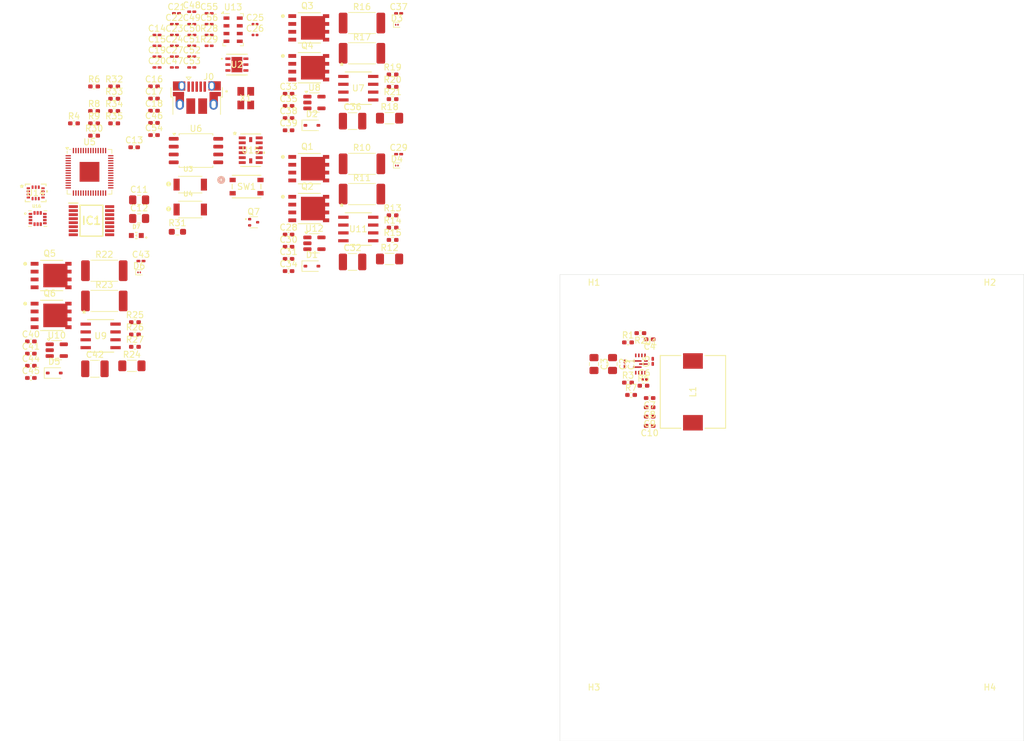
<source format=kicad_pcb>
(kicad_pcb (version 20240108) (generator "pcbnew") (generator_version "8.0")
  (layers (0 "F.Cu" signal) (31 "B.Cu" signal) (34 "B.Paste" user) (35 "F.Paste" user) (36 "B.SilkS" user "B.Silkscreen") (37 "F.SilkS" user "F.Silkscreen") (38 "B.Mask" user) (39 "F.Mask" user) (44 "Edge.Cuts" user))
  (net 0 "")
  (net 1 "+BATT")
  (net 2 "-BATT")
  (net 3 "Net-(U1-VCC)")
  (net 4 "Net-(U1-SW)")
  (net 5 "Net-(U1-VBST)")
  (net 6 "Net-(U1-FB)")
  (net 7 "+5V")
  (net 8 "/VSYS")
  (net 9 "+3V3")
  (net 10 "+1V1")
  (net 11 "Net-(U5-ADC_AVDD)")
  (net 12 "Net-(C25-Pad1)")
  (net 13 "/XIN")
  (net 14 "VOLTAGE_SENSE_A")
  (net 15 "PHASE_A")
  (net 16 "Net-(D1-K)")
  (net 17 "CURRENT_SENSE_A")
  (net 18 "PHASE_B")
  (net 19 "Net-(D2-K)")
  (net 20 "CURRENT_SENSE_B")
  (net 21 "VOLTAGE_SENSE_B")
  (net 22 "Net-(D5-K)")
  (net 23 "PHASE_C")
  (net 24 "CURRENT_SENSE_C")
  (net 25 "VOLTAGE_SENSE_C")
  (net 26 "Net-(Q7-D)")
  (net 27 "Net-(D7-Pad2)")
  (net 28 "/SPI1_SCK")
  (net 29 "/SPI1_CSn")
  (net 31 "/SPI1_TX")
  (net 33 "/SPI1_RX")
  (net 34 "GND")
  (net 36 "/USB_D-")
  (net 37 "VBUS")
  (net 38 "/USB_D+")
  (net 39 "Net-(Q1-Pad4)")
  (net 40 "Net-(Q2-Pad4)")
  (net 41 "Net-(U12-+)")
  (net 42 "Net-(Q3-Pad4)")
  (net 43 "Net-(Q4-Pad4)")
  (net 44 "Net-(U8-+)")
  (net 45 "Net-(Q5-Pad4)")
  (net 46 "Net-(U10-+)")
  (net 47 "Net-(Q6-Pad4)")
  (net 48 "/GPIO29_ADC3")
  (net 49 "Net-(U1-EN)")
  (net 50 "Net-(U1-PG)")
  (net 51 "Net-(U2-EN)")
  (net 52 "/GPIO25")
  (net 53 "Net-(U11-LO)")
  (net 54 "Net-(U11-HO)")
  (net 55 "Net-(R13-Pad2)")
  (net 56 "Net-(U7-HO)")
  (net 57 "Net-(U7-LO)")
  (net 58 "Net-(R19-Pad2)")
  (net 59 "Net-(U9-HO)")
  (net 60 "Net-(U9-LO)")
  (net 61 "Net-(R25-Pad2)")
  (net 62 "Net-(U5-USB_DP)")
  (net 63 "Net-(U5-USB_DM)")
  (net 64 "/ADC_VREF")
  (net 65 "/XOUT")
  (net 66 "Net-(R33-Pad1)")
  (net 67 "/QSPI_SS")
  (net 68 "/I2C0_SCL")
  (net 69 "/I2C0_SDA")
  (net 74 "/QSPI_SD2")
  (net 75 "/GPIO6")
  (net 76 "/NLIN_A")
  (net 77 "/HIN_A")
  (net 78 "/NLIN_B")
  (net 79 "/RUN")
  (net 80 "/SWD")
  (net 81 "/HIN_C")
  (net 82 "/HIN_B")
  (net 83 "/GPIO10")
  (net 84 "/GPIO22")
  (net 85 "/GPIO27_ADC1")
  (net 86 "/GPIO24")
  (net 87 "/QSPI_SD3")
  (net 88 "/NLIN_C")
  (net 89 "/HALL_A")
  (net 90 "/HALL_C")
  (net 91 "/RP2040_CLKOUT1")
  (net 92 "/GPIO8")
  (net 93 "/I2C1_SDA")
  (net 94 "/SWCLK")
  (net 95 "/QSPI_SD1")
  (net 96 "/HALL_B")
  (net 97 "/QSPI_SD0")
  (net 98 "/GPIO17")
  (net 99 "/I2C1_SCL")
  (net 100 "/GPIO26_ADC0")
  (net 101 "/GPIO16")
  (net 102 "/GPIO28_ADC2")
  (net 103 "/QSPI_SCLK")
  (net 104 "NLIN_B")
  (net 105 "HIN_B")
  (net 106 "NLIN_C")
  (net 107 "HIN_C")
  (net 108 "HIN_A")
  (net 109 "NLIN_A")
  (net 113 "/LOWG_INT1")
  (net 114 "/HIGHG_INT2")
  (net 116 "/HIGHG_INT1")
  (net 117 "/MIDG_INT1")
  (footprint "Diode_SMD:Infineon_SG-WLL-2-3_0.58x0.28_P0.36mm" (layer "F.Cu") (at 75.125 40.885)
    (property "Reference" "D4" (at 0 -1.05 0) (layer "F.SilkS"))
    (property "Value" "ESD131-B1-W0201")
    (pad "1" smd roundrect (at -0.185 0) (size 0.22 0.3) (layers "F.Cu" "F.Mask") (net 2 "-BATT"))
    (pad "2" smd roundrect (at 0.185 0) (size 0.22 0.3) (layers "F.Cu" "F.Mask") (net 15 "PHASE_A"))
  )
  (footprint "Capacitor_SMD:C_0402_1005Metric_Pad0.74x0.62mm_HandSolder" (layer "F.Cu") (at 116 78.5 180)
    (property "Reference" "C7" (at 0 -1.15 0) (layer "F.SilkS"))
    (property "Value" "22uF")
    (pad "1" smd roundrect (at -0.5675 0 180) (size 0.735 0.62) (layers "F.Cu" "F.Paste" "F.Mask") (net 7 "+5V"))
    (pad "2" smd roundrect (at 0.5675 0 180) (size 0.735 0.62) (layers "F.Cu" "F.Paste" "F.Mask") (net 2 "-BATT"))
  )
  (footprint "Resistor_SMD:R_0402_1005Metric_Pad0.72x0.64mm_HandSolder" (layer "F.Cu") (at 74.44 50.93)
    (property "Reference" "R14" (at 0 -1.17 0) (layer "F.SilkS"))
    (property "Value" "39k")
    (pad "1" smd roundrect (at -0.5975 0) (size 0.715 0.64) (layers "F.Cu" "F.Paste" "F.Mask") (net 15 "PHASE_A"))
    (pad "2" smd roundrect (at 0.5975 0) (size 0.715 0.64) (layers "F.Cu" "F.Paste" "F.Mask") (net 14 "VOLTAGE_SENSE_A"))
  )
  (footprint "Capacitor_SMD:C_0201_0603Metric_Pad0.64x0.40mm_HandSolder" (layer "F.Cu") (at 41.97 25.01)
    (property "Reference" "C53" (at 0 -1.05 0) (layer "F.SilkS"))
    (property "Value" "100n")
    (pad "1" smd roundrect (at -0.4075 0) (size 0.635 0.4) (layers "F.Cu" "F.Mask") (net 9 "+3V3"))
    (pad "2" smd roundrect (at 0.4075 0) (size 0.635 0.4) (layers "F.Cu" "F.Mask") (net 2 "-BATT"))
  )
  (footprint "Capacitor_SMD:C_0201_0603Metric_Pad0.64x0.40mm_HandSolder" (layer "F.Cu") (at 39.5 16.26)
    (property "Reference" "C21" (at 0 -1.05 0) (layer "F.SilkS"))
    (property "Value" "100n")
    (pad "1" smd roundrect (at -0.4075 0) (size 0.635 0.4) (layers "F.Cu" "F.Mask") (net 9 "+3V3"))
    (pad "2" smd roundrect (at 0.4075 0) (size 0.635 0.4) (layers "F.Cu" "F.Mask") (net 2 "-BATT"))
  )
  (footprint "Resistor_SMD:R_0402_1005Metric_Pad0.72x0.64mm_HandSolder" (layer "F.Cu") (at 74.44 30.14)
    (property "Reference" "R21" (at 0 -1.17 0) (layer "F.SilkS"))
    (property "Value" "10k")
    (pad "1" smd roundrect (at -0.5975 0) (size 0.715 0.64) (layers "F.Cu" "F.Paste" "F.Mask") (net 21 "VOLTAGE_SENSE_B"))
    (pad "2" smd roundrect (at 0.5975 0) (size 0.715 0.64) (layers "F.Cu" "F.Paste" "F.Mask") (net 2 "-BATT"))
  )
  (footprint "ADS_Library:TRANS_SIR182DP-T1-RE3" (layer "F.Cu") (at 60.888222 18.61)
    (property "Reference" "Q3" (at -0.23454 -3.56884 0) (layer "F.SilkS"))
    (property "Value" "SIR182DP-T1-RE3")
    (pad "1" smd rect (at -2.67 -1.905) (size 1.27 0.61) (layers "F.Cu" "F.Paste" "F.Mask") (net 18 "PHASE_B"))
    (pad "2" smd rect (at -2.67 -0.635) (size 1.27 0.61) (layers "F.Cu" "F.Paste" "F.Mask"))
    (pad "3" smd rect (at -2.67 0.635) (size 1.27 0.61) (layers "F.Cu" "F.Paste" "F.Mask"))
    (pad "4" smd rect (at -2.67 1.905) (size 1.27 0.61) (layers "F.Cu" "F.Paste" "F.Mask") (net 42 "Net-(Q3-Pad4)"))
    (pad "5" smd rect (at 2.795 1.905) (size 1.02 0.61) (layers "F.Cu" "F.Paste" "F.Mask") (net 1 "+BATT"))
    (pad "6" smd rect (at 2.795 0.635) (size 1.02 0.61) (layers "F.Cu" "F.Paste" "F.Mask"))
    (pad "7" smd rect (at 2.795 -0.635) (size 1.02 0.61) (layers "F.Cu" "F.Paste" "F.Mask"))
    (pad "8" smd rect (at 2.795 -1.905) (size 1.02 0.61) (layers "F.Cu" "F.Paste" "F.Mask"))
    (pad "9" smd rect (at 0.69 0) (size 3.91 3.81) (layers "F.Cu" "F.Mask"))
  )
  (footprint "Resistor_SMD:R_1206_3216Metric_Pad1.30x1.75mm_HandSolder" (layer "F.Cu") (at 32.29 73.29)
    (property "Reference" "R24" (at 0 -1.82 0) (layer "F.SilkS"))
    (property "Value" "2m")
    (pad "1" smd roundrect (at -1.55 0) (size 1.3 1.75) (layers "F.Cu" "F.Paste" "F.Mask") (roundrect_rratio 0.192308) (net 46 "Net-(U10-+)"))
    (pad "2" smd roundrect (at 1.55 0) (size 1.3 1.75) (layers "F.Cu" "F.Paste" "F.Mask") (roundrect_rratio 0.192308) (net 2 "-BATT"))
  )
  (footprint "Resistor_SMD:R_2512_6332Metric_Pad1.40x3.35mm_HandSolder" (layer "F.Cu") (at 69.49 22.72)
    (property "Reference" "R17" (at 0 -2.62 0) (layer "F.SilkS"))
    (property "Value" "100")
    (pad "1" smd roundrect (at -3.05 0) (size 1.4 3.35) (layers "F.Cu" "F.Paste" "F.Mask") (roundrect_rratio 0.178571) (net 43 "Net-(Q4-Pad4)"))
    (pad "2" smd roundrect (at 3.05 0) (size 1.4 3.35) (layers "F.Cu" "F.Paste" "F.Mask") (roundrect_rratio 0.178571) (net 57 "Net-(U7-LO)"))
  )
  (footprint "Capacitor_SMD:C_0402_1005Metric_Pad0.74x0.62mm_HandSolder" (layer "F.Cu") (at 116 83 180)
    (property "Reference" "C10" (at 0 -1.16 0) (layer "F.SilkS"))
    (property "Value" "22uF")
    (pad "1" smd roundrect (at -0.5675 0 180) (size 0.735 0.62) (layers "F.Cu" "F.Paste" "F.Mask") (net 7 "+5V"))
    (pad "2" smd roundrect (at 0.5675 0 180) (size 0.735 0.62) (layers "F.Cu" "F.Paste" "F.Mask") (net 2 "-BATT"))
  )
  (footprint "ADS_Library:TRANS_SIR182DP-T1-RE3" (layer "F.Cu") (at 19.228222 65.13)
    (property "Reference" "Q6" (at -0.23454 -3.56884 0) (layer "F.SilkS"))
    (property "Value" "SIR182DP-T1-RE3")
    (pad "1" smd rect (at -2.67 -1.905) (size 1.27 0.61) (layers "F.Cu" "F.Paste" "F.Mask") (net 46 "Net-(U10-+)"))
    (pad "2" smd rect (at -2.67 -0.635) (size 1.27 0.61) (layers "F.Cu" "F.Paste" "F.Mask"))
    (pad "3" smd rect (at -2.67 0.635) (size 1.27 0.61) (layers "F.Cu" "F.Paste" "F.Mask"))
    (pad "4" smd rect (at -2.67 1.905) (size 1.27 0.61) (layers "F.Cu" "F.Paste" "F.Mask") (net 47 "Net-(Q6-Pad4)"))
    (pad "5" smd rect (at 2.795 1.905) (size 1.02 0.61) (layers "F.Cu" "F.Paste" "F.Mask") (net 23 "PHASE_C"))
    (pad "6" smd rect (at 2.795 0.635) (size 1.02 0.61) (layers "F.Cu" "F.Paste" "F.Mask"))
    (pad "7" smd rect (at 2.795 -0.635) (size 1.02 0.61) (layers "F.Cu" "F.Paste" "F.Mask"))
    (pad "8" smd rect (at 2.795 -1.905) (size 1.02 0.61) (layers "F.Cu" "F.Paste" "F.Mask"))
    (pad "9" smd rect (at 0.69 0) (size 3.91 3.81) (layers "F.Cu" "F.Mask"))
  )
  (footprint "Capacitor_SMD:C_0201_0603Metric_Pad0.64x0.40mm_HandSolder" (layer "F.Cu") (at 44.78 16.26)
    (property "Reference" "C55" (at 0 -1.05 0) (layer "F.SilkS"))
    (property "Value" "100n")
    (pad "1" smd roundrect (at -0.4075 0) (size 0.635 0.4) (layers "F.Cu" "F.Mask") (net 9 "+3V3"))
    (pad "2" smd roundrect (at 0.4075 0) (size 0.635 0.4) (layers "F.Cu" "F.Mask") (net 2 "-BATT"))
  )
  (footprint "Resistor_SMD:R_2512_6332Metric_Pad1.40x3.35mm_HandSolder" (layer "F.Cu") (at 69.49 40.61)
    (property "Reference" "R10" (at 0 -2.62 0) (layer "F.SilkS"))
    (property "Value" "100")
    (pad "1" smd roundrect (at -3.05 0) (size 1.4 3.35) (layers "F.Cu" "F.Paste" "F.Mask") (roundrect_rratio 0.178571) (net 40 "Net-(Q2-Pad4)"))
    (pad "2" smd roundrect (at 3.05 0) (size 1.4 3.35) (layers "F.Cu" "F.Paste" "F.Mask") (roundrect_rratio 0.178571) (net 53 "Net-(U11-LO)"))
  )
  (footprint "Capacitor_SMD:C_0402_1005Metric_Pad0.74x0.62mm_HandSolder" (layer "F.Cu") (at 57.62 29.27)
    (property "Reference" "C33" (at 0 -1.16 0) (layer "F.SilkS"))
    (property "Value" "1uF")
    (pad "1" smd roundrect (at -0.5675 0) (size 0.735 0.62) (layers "F.Cu" "F.Paste" "F.Mask") (net 1 "+BATT"))
    (pad "2" smd roundrect (at 0.5675 0) (size 0.735 0.62) (layers "F.Cu" "F.Paste" "F.Mask") (net 2 "-BATT"))
  )
  (footprint "ADS_Library:LGA14L_LSM6_STM" (layer "F.Cu") (at 16.7346 45.3106)
    (property "Reference" "U14" (at 0 0 0) (layer "F.SilkS"))
    (property "Value" "LSM6DSV16XTR")
    (fp_text user "*" (at -2.2352 -0.750189 0) (layer "F.SilkS"))
    (fp_text user "*" (at -2.2352 -0.750189 0) (layer "F.SilkS"))
    (pad "1" smd rect (at -1.1811 -0.750189 90) (size 0.3048 0.5334) (layers "F.Cu" "F.Paste" "F.Mask") (net 2 "-BATT"))
    (pad "2" smd rect (at -1.1811 -0.250063 90) (size 0.3048 0.5334) (layers "F.Cu" "F.Paste" "F.Mask") (net 2 "-BATT"))
    (pad "3" smd rect (at -1.1811 0.250063 90) (size 0.3048 0.5334) (layers "F.Cu" "F.Paste" "F.Mask") (net 2 "-BATT"))
    (pad "4" smd rect (at -1.1811 0.750189 90) (size 0.3048 0.5334) (layers "F.Cu" "F.Paste" "F.Mask") (net 113 "/LOWG_INT1"))
    (pad "5" smd rect (at -0.500126 0.9271) (size 0.3048 0.5334) (layers "F.Cu" "F.Paste" "F.Mask") (net 9 "+3V3"))
    (pad "6" smd rect (at 0 0.9271) (size 0.3048 0.5334) (layers "F.Cu" "F.Paste" "F.Mask") (net 2 "-BATT"))
    (pad "7" smd rect (at 0.500126 0.9271) (size 0.3048 0.5334) (layers "F.Cu" "F.Paste" "F.Mask") (net 2 "-BATT"))
    (pad "8" smd rect (at 1.1811 0.750189 90) (size 0.3048 0.5334) (layers "F.Cu" "F.Paste" "F.Mask") (net 9 "+3V3"))
    (pad "9" smd rect (at 1.1811 0.250063 90) (size 0.3048 0.5334) (layers "F.Cu" "F.Paste" "F.Mask") (net 113 "/LOWG_INT1"))
    (pad "10" smd rect (at 1.1811 -0.250063 90) (size 0.3048 0.5334) (layers "F.Cu" "F.Paste" "F.Mask"))
    (pad "11" smd rect (at 1.1811 -0.750189 90) (size 0.3048 0.5334) (layers "F.Cu" "F.Paste" "F.Mask"))
    (pad "12" smd rect (at 0.500126 -0.9271) (size 0.3048 0.5334) (layers "F.Cu" "F.Paste" "F.Mask") (net 9 "+3V3"))
    (pad "13" smd rect (at 0 -0.9271) (size 0.3048 0.5334) (layers "F.Cu" "F.Paste" "F.Mask") (net 68 "/I2C0_SCL"))
    (pad "14" smd rect (at -0.500126 -0.9271) (size 0.3048 0.5334) (layers "F.Cu" "F.Paste" "F.Mask") (net 69 "/I2C0_SDA"))
  )
  (footprint "ADS_Library:SO8N_INF-L" (layer "F.Cu") (at 68.894 51.1501)
    (property "Reference" "U11" (at 0 0 0) (layer "F.SilkS"))
    (property "Value" "IR2103STRPBF")
    (fp_text user "*" (at -2.667 -3.556 0) (layer "F.SilkS"))
    (fp_text user "*" (at -2.667 -3.556 0) (layer "F.SilkS"))
    (pad "1" smd rect (at -2.413 -1.905) (size 1.6764 0.508) (layers "F.Cu" "F.Paste" "F.Mask") (net 1 "+BATT"))
    (pad "2" smd rect (at -2.413 -0.635) (size 1.6764 0.508) (layers "F.Cu" "F.Paste" "F.Mask") (net 108 "HIN_A"))
    (pad "3" smd rect (at -2.413 0.635) (size 1.6764 0.508) (layers "F.Cu" "F.Paste" "F.Mask") (net 109 "NLIN_A"))
    (pad "4" smd rect (at -2.413 1.905) (size 1.6764 0.508) (layers "F.Cu" "F.Paste" "F.Mask") (net 2 "-BATT"))
    (pad "5" smd rect (at 2.413 1.905) (size 1.6764 0.508) (layers "F.Cu" "F.Paste" "F.Mask") (net 53 "Net-(U11-LO)"))
    (pad "6" smd rect (at 2.413 0.635) (size 1.6764 0.508) (layers "F.Cu" "F.Paste" "F.Mask") (net 15 "PHASE_A"))
    (pad "7" smd rect (at 2.413 -0.635) (size 1.6764 0.508) (layers "F.Cu" "F.Paste" "F.Mask") (net 54 "Net-(U11-HO)"))
    (pad "8" smd rect (at 2.413 -1.905) (size 1.6764 0.508) (layers "F.Cu" "F.Paste" "F.Mask") (net 16 "Net-(D1-K)"))
  )
  (footprint "Resistor_SMD:R_0402_1005Metric_Pad0.72x0.64mm_HandSolder" (layer "F.Cu") (at 29.43 34.06)
    (property "Reference" "R35" (at 0 -1.17 0) (layer "F.SilkS"))
    (property "Value" "10k")
    (pad "1" smd roundrect (at -0.5975 0) (size 0.715 0.64) (layers "F.Cu" "F.Paste" "F.Mask") (net 9 "+3V3"))
    (pad "2" smd roundrect (at 0.5975 0) (size 0.715 0.64) (layers "F.Cu" "F.Paste" "F.Mask") (net 69 "/I2C0_SDA"))
  )
  (footprint "Resistor_SMD:R_0402_1005Metric_Pad0.72x0.64mm_HandSolder" (layer "F.Cu") (at 29.43 30.08)
    (property "Reference" "R33" (at 0 -1.17 0) (layer "F.SilkS"))
    (property "Value" "1k")
    (pad "1" smd roundrect (at -0.5975 0) (size 0.715 0.64) (layers "F.Cu" "F.Paste" "F.Mask") (net 66 "Net-(R33-Pad1)"))
    (pad "2" smd roundrect (at 0.5975 0) (size 0.715 0.64) (layers "F.Cu" "F.Paste" "F.Mask") (net 67 "/QSPI_SS"))
  )
  (footprint "ADS_Library:TRANS_SIR182DP-T1-RE3" (layer "F.Cu") (at 60.888222 41.39)
    (property "Reference" "Q1" (at -0.23454 -3.56884 0) (layer "F.SilkS"))
    (property "Value" "SIR182DP-T1-RE3")
    (pad "1" smd rect (at -2.67 -1.905) (size 1.27 0.61) (layers "F.Cu" "F.Paste" "F.Mask") (net 15 "PHASE_A"))
    (pad "2" smd rect (at -2.67 -0.635) (size 1.27 0.61) (layers "F.Cu" "F.Paste" "F.Mask"))
    (pad "3" smd rect (at -2.67 0.635) (size 1.27 0.61) (layers "F.Cu" "F.Paste" "F.Mask"))
    (pad "4" smd rect (at -2.67 1.905) (size 1.27 0.61) (layers "F.Cu" "F.Paste" "F.Mask") (net 39 "Net-(Q1-Pad4)"))
    (pad "5" smd rect (at 2.795 1.905) (size 1.02 0.61) (layers "F.Cu" "F.Paste" "F.Mask") (net 1 "+BATT"))
    (pad "6" smd rect (at 2.795 0.635) (size 1.02 0.61) (layers "F.Cu" "F.Paste" "F.Mask"))
    (pad "7" smd rect (at 2.795 -0.635) (size 1.02 0.61) (layers "F.Cu" "F.Paste" "F.Mask"))
    (pad "8" smd rect (at 2.795 -1.905) (size 1.02 0.61) (layers "F.Cu" "F.Paste" "F.Mask"))
    (pad "9" smd rect (at 0.69 0) (size 3.91 3.81) (layers "F.Cu" "F.Mask"))
  )
  (footprint "Capacitor_SMD:C_0805_2012Metric_Pad1.18x1.45mm_HandSolder" (layer "F.Cu") (at 33.46 46.44)
    (property "Reference" "C11" (at 0 -1.68 0) (layer "F.SilkS"))
    (property "Value" "10uF")
    (pad "1" smd roundrect (at -1.0375 0) (size 1.175 1.45) (layers "F.Cu" "F.Paste" "F.Mask") (roundrect_rratio 0.212766) (net 8 "/VSYS"))
    (pad "2" smd roundrect (at 1.0375 0) (size 1.175 1.45) (layers "F.Cu" "F.Paste" "F.Mask") (roundrect_rratio 0.212766) (net 2 "-BATT"))
  )
  (footprint "Capacitor_SMD:C_0201_0603Metric" (layer "F.Cu") (at 52.2 18.01)
    (property "Reference" "C25" (at 0 -1.05 0) (layer "F.SilkS"))
    (property "Value" "15p")
    (pad "1" smd roundrect (at -0.32 0) (size 0.46 0.4) (layers "F.Cu" "F.Mask") (net 12 "Net-(C25-Pad1)"))
    (pad "2" smd roundrect (at 0.32 0) (size 0.46 0.4) (layers "F.Cu" "F.Mask") (net 2 "-BATT"))
  )
  (footprint "Resistor_SMD:R_0402_1005Metric_Pad0.72x0.64mm_HandSolder" (layer "F.Cu") (at 74.44 48.94)
    (property "Reference" "R13" (at 0 -1.17 0) (layer "F.SilkS"))
    (property "Value" "1k")
    (pad "1" smd roundrect (at -0.5975 0) (size 0.715 0.64) (layers "F.Cu" "F.Paste" "F.Mask") (net 17 "CURRENT_SENSE_A"))
    (pad "2" smd roundrect (at 0.5975 0) (size 0.715 0.64) (layers "F.Cu" "F.Paste" "F.Mask") (net 55 "Net-(R13-Pad2)"))
  )
  (footprint "Capacitor_SMD:C_0201_0603Metric_Pad0.64x0.40mm_HandSolder" (layer "F.Cu") (at 39.16 21.51)
    (property "Reference" "C24" (at 0 -1.05 0) (layer "F.SilkS"))
    (property "Value" "100n")
    (pad "1" smd roundrect (at -0.4075 0) (size 0.635 0.4) (layers "F.Cu" "F.Mask") (net 9 "+3V3"))
    (pad "2" smd roundrect (at 0.4075 0) (size 0.635 0.4) (layers "F.Cu" "F.Mask") (net 2 "-BATT"))
  )
  (footprint "Resistor_SMD:R_0402_1005Metric_Pad0.72x0.64mm_HandSolder" (layer "F.Cu") (at 26.18 32.07)
    (property "Reference" "R8" (at 0 -1.17 0) (layer "F.SilkS"))
    (property "Value" "100k")
    (pad "1" smd roundrect (at -0.5975 0) (size 0.715 0.64) (layers "F.Cu" "F.Paste" "F.Mask") (net 8 "/VSYS"))
    (pad "2" smd roundrect (at 0.5975 0) (size 0.715 0.64) (layers "F.Cu" "F.Paste" "F.Mask") (net 51 "Net-(U2-EN)"))
  )
  (footprint "Capacitor_SMD:C_0402_1005Metric_Pad0.74x0.62mm_HandSolder" (layer "F.Cu") (at 15.96 75.25)
    (property "Reference" "C45" (at 0 -1.16 0) (layer "F.SilkS"))
    (property "Value" "1000pF")
    (pad "1" smd roundrect (at -0.5675 0) (size 0.735 0.62) (layers "F.Cu" "F.Paste" "F.Mask") (net 25 "VOLTAGE_SENSE_C"))
    (pad "2" smd roundrect (at 0.5675 0) (size 0.735 0.62) (layers "F.Cu" "F.Paste" "F.Mask") (net 2 "-BATT"))
  )
  (footprint "Capacitor_SMD:C_0201_0603Metric_Pad0.64x0.40mm_HandSolder" (layer "F.Cu") (at 41.97 16)
    (property "Reference" "C48" (at 0 -1.05 0) (layer "F.SilkS"))
    (property "Value" "100n")
    (pad "1" smd roundrect (at -0.4075 0) (size 0.635 0.4) (layers "F.Cu" "F.Mask") (net 9 "+3V3"))
    (pad "2" smd roundrect (at 0.4075 0) (size 0.635 0.4) (layers "F.Cu" "F.Mask") (net 2 "-BATT"))
  )
  (footprint "Capacitor_SMD:C_0402_1005Metric_Pad0.74x0.62mm_HandSolder" (layer "F.Cu") (at 35.87 30.05)
    (property "Reference" "C17" (at 0 -1.16 0) (layer "F.SilkS"))
    (property "Value" "2.2u")
    (pad "1" smd roundrect (at -0.5675 0) (size 0.735 0.62) (layers "F.Cu" "F.Paste" "F.Mask") (net 10 "+1V1"))
    (pad "2" smd roundrect (at 0.5675 0) (size 0.735 0.62) (layers "F.Cu" "F.Paste" "F.Mask") (net 2 "-BATT"))
  )
  (footprint "Capacitor_SMD:C_0402_1005Metric_Pad0.74x0.62mm_HandSolder" (layer "F.Cu") (at 35.87 33.99)
    (property "Reference" "C46" (at 0 -1.16 0) (layer "F.SilkS"))
    (property "Value" "1000pF")
    (pad "1" smd roundrect (at -0.5675 0) (size 0.735 0.62) (layers "F.Cu" "F.Paste" "F.Mask") (net 26 "Net-(Q7-D)"))
    (pad "2" smd roundrect (at 0.5675 0) (size 0.735 0.62) (layers "F.Cu" "F.Paste" "F.Mask") (net 2 "-BATT"))
  )
  (footprint "MountingHole:MountingHole_2.7mm_M2.5" (layer "F.Cu") (at 107 63.5)
    (property "Reference" "H1" (at 0 -3.7 0) (layer "F.SilkS"))
    (property "Value" "MountingHole")
    (pad "" np_thru_hole circle (at 0 0) (size 2.7 2.7) (drill 2.7) (layers "*.Cu" "*.Mask"))
  )
  (footprint "ADS_Library:TRANS_SIR182DP-T1-RE3" (layer "F.Cu") (at 60.888222 47.84)
    (property "Reference" "Q2" (at -0.23454 -3.56884 0) (layer "F.SilkS"))
    (property "Value" "SIR182DP-T1-RE3")
    (pad "1" smd rect (at -2.67 -1.905) (size 1.27 0.61) (layers "F.Cu" "F.Paste" "F.Mask") (net 41 "Net-(U12-+)"))
    (pad "2" smd rect (at -2.67 -0.635) (size 1.27 0.61) (layers "F.Cu" "F.Paste" "F.Mask"))
    (pad "3" smd rect (at -2.67 0.635) (size 1.27 0.61) (layers "F.Cu" "F.Paste" "F.Mask"))
    (pad "4" smd rect (at -2.67 1.905) (size 1.27 0.61) (layers "F.Cu" "F.Paste" "F.Mask") (net 40 "Net-(Q2-Pad4)"))
    (pad "5" smd rect (at 2.795 1.905) (size 1.02 0.61) (layers "F.Cu" "F.Paste" "F.Mask") (net 15 "PHASE_A"))
    (pad "6" smd rect (at 2.795 0.635) (size 1.02 0.61) (layers "F.Cu" "F.Paste" "F.Mask"))
    (pad "7" smd rect (at 2.795 -0.635) (size 1.02 0.61) (layers "F.Cu" "F.Paste" "F.Mask"))
    (pad "8" smd rect (at 2.795 -1.905) (size 1.02 0.61) (layers "F.Cu" "F.Paste" "F.Mask"))
    (pad "9" smd rect (at 0.69 0) (size 3.91 3.81) (layers "F.Cu" "F.Mask"))
  )
  (footprint "ADS_Library:VREG_TPS51386RJNR" (layer "F.Cu") (at 114.5 73)
    (property "Reference" "U1" (at 1.725 -3.585 0) (layer "F.SilkS"))
    (property "Value" "TPS51386RJNR")
    (pad "1" smd roundrect (at -0.5 -0.5) (size 1.4 0.25) (layers "F.Cu") (roundrect_rratio 0.2) (net 1 "+BATT"))
    (pad "2" smd roundrect (at -0.5 0.5) (size 1.4 0.25) (layers "F.Cu") (roundrect_rratio 0.2) (net 2 "-BATT"))
    (pad "3" smd roundrect (at -0.75 1.4) (size 0.25 0.6) (layers "F.Cu") (roundrect_rratio 0.2) (net 50 "Net-(U1-PG)"))
    (pad "4" smd roundrect (at -0.25 1.4) (size 0.25 0.6) (layers "F.Cu") (roundrect_rratio 0.2) (net 6 "Net-(U1-FB)"))
    (pad "5" smd roundrect (at 0.25 1.4) (size 0.25 0.6) (layers "F.Cu") (roundrect_rratio 0.2))
    (pad "6" smd roundrect (at 0.75 1.4) (size 0.25 0.6) (layers "F.Cu") (roundrect_rratio 0.2))
    (pad "7" smd roundrect (at 0.5 0) (size 1.4 0.25) (layers "F.Cu") (roundrect_rratio 0.2) (net 4 "Net-(U1-SW)"))
    (pad "8" smd roundrect (at 0.9 -0.5) (size 0.6 0.25) (layers "F.Cu") (roundrect_rratio 0.2) (net 5 "Net-(U1-VBST)"))
    (pad "9" smd roundrect (at 0.75 -1.4) (size 0.25 0.6) (layers "F.Cu") (roundrect_rratio 0.2) (net 3 "Net-(U1-VCC)"))
    (pad "10" smd roundrect (at 0.25 -1.4) (size 0.25 0.6) (layers "F.Cu") (roundrect_rratio 0.2) (net 2 "-BATT"))
    (pad "11" smd roundrect (at -0.25 -1.4) (size 0.25 0.6) (layers "F.Cu") (roundrect_rratio 0.2) (net 49 "Net-(U1-EN)"))
    (pad "12" smd roundrect (at -0.75 -1.4) (size 0.25 0.6) (layers "F.Cu") (roundrect_rratio 0.2))
  )
  (footprint "ADS_Library:SOP65P640X120-16N" (layer "F.Cu") (at 25.755 49.805)
    (property "Reference" "IC1" (at 0 0 0) (layer "F.SilkS") (effects (font (size 1.27 1.27) (thickness 0.254))))
    (property "Value" "ADC1283IPT" (hide yes))
    (pad "1" smd rect (at -2.938 -2.275 90) (size 0.45 1.475) (layers "F.Cu" "F.Paste" "F.Mask") (net 29 "/SPI1_CSn"))
    (pad "2" smd rect (at -2.938 -1.625 90) (size 0.45 1.475) (layers "F.Cu" "F.Paste" "F.Mask") (net 9 "+3V3"))
    (pad "3" smd rect (at -2.938 -0.975 90) (size 0.45 1.475) (layers "F.Cu" "F.Paste" "F.Mask") (net 2 "-BATT"))
    (pad "4" smd rect (at -2.938 -0.325 90) (size 0.45 1.475) (layers "F.Cu" "F.Paste" "F.Mask") (net 17 "CURRENT_SENSE_A"))
    (pad "5" smd rect (at -2.938 0.325 90) (size 0.45 1.475) (layers "F.Cu" "F.Paste" "F.Mask") (net 14 "VOLTAGE_SENSE_A"))
    (pad "6" smd rect (at -2.938 0.975 90) (size 0.45 1.475) (layers "F.Cu" "F.Paste" "F.Mask") (net 20 "CURRENT_SENSE_B"))
    (pad "7" smd rect (at -2.938 1.625 90) (size 0.45 1.475) (layers "F.Cu" "F.Paste" "F.Mask") (net 21 "VOLTAGE_SENSE_B"))
    (pad "8" smd rect (at -2.938 2.275 90) (size 0.45 1.475) (layers "F.Cu" "F.Paste" "F.Mask"))
    (pad "9" smd rect (at 2.938 2.275 90) (size 0.45 1.475) (layers "F.Cu" "F.Paste" "F.Mask") (net 24 "CURRENT_SENSE_C"))
    (pad "10" smd rect (at 2.938 1.625 90) (size 0.45 1.475) (layers "F.Cu" "F.Paste" "F.Mask") (net 25 "VOLTAGE_SENSE_C"))
    (pad "11" smd rect (at 2.938 0.975 90) (size 0.45 1.475) (layers "F.Cu" "F.Paste" "F.Mask"))
    (pad "12" smd rect (at 2.938 0.325 90) (size 0.45 1.475) (layers "F.Cu" "F.Paste" "F.Mask") (net 2 "-BATT"))
    (pad "13" smd rect (at 2.938 -0.325 90) (size 0.45 1.475) (layers "F.Cu" "F.Paste" "F.Mask") (net 9 "+3V3"))
    (pad "14" smd rect (at 2.938 -0.975 90) (size 0.45 1.475) (layers "F.Cu" "F.Paste" "F.Mask") (net 31 "/SPI1_TX"))
    (pad "15" smd rect (at 2.938 -1.625 90) (size 0.45 1.475) (layers "F.Cu" "F.Paste" "F.Mask") (net 33 "/SPI1_RX"))
    (pad "16" smd rect (at 2.938 -2.275 90) (size 0.45 1.475) (layers "F.Cu" "F.Paste" "F.Mask") (net 28 "/SPI1_SCK"))
  )
  (footprint "Capacitor_SMD:C_0201_0603Metric_Pad0.64x0.40mm_HandSolder" (layer "F.Cu") (at 39.16 18.01)
    (property "Reference" "C22" (at 0 -1.05 0) (layer "F.SilkS"))
    (property "Value" "100n")
    (pad "1" smd roundrect (at -0.4075 0) (size 0.635 0.4) (layers "F.Cu" "F.Mask") (net 10 "+1V1"))
    (pad "2" smd roundrect (at 0.4075 0) (size 0.635 0.4) (layers "F.Cu" "F.Mask") (net 2 "-BATT"))
  )
  (footprint "Capacitor_SMD:C_0805_2012Metric_Pad1.18x1.45mm_HandSolder" (layer "F.Cu") (at 33.46 49.45)
    (property "Reference" "C12" (at 0 -1.68 0) (layer "F.SilkS"))
    (property "Value" "10uF")
    (pad "1" smd roundrect (at -1.0375 0) (size 1.175 1.45) (layers "F.Cu" "F.Paste" "F.Mask") (roundrect_rratio 0.212766) (net 9 "+3V3"))
    (pad "2" smd roundrect (at 1.0375 0) (size 1.175 1.45) (layers "F.Cu" "F.Paste" "F.Mask") (roundrect_rratio 0.212766) (net 2 "-BATT"))
  )
  (footprint "Capacitor_SMD:C_0201_0603Metric_Pad0.64x0.40mm_HandSolder" (layer "F.Cu") (at 36.35 23.26)
    (property "Reference" "C19" (at 0 -1.05 0) (layer "F.SilkS"))
    (property "Value" "100n")
    (pad "1" smd roundrect (at -0.4075 0) (size 0.635 0.4) (layers "F.Cu" "F.Mask") (net 9 "+3V3"))
    (pad "2" smd roundrect (at 0.4075 0) (size 0.635 0.4) (layers "F.Cu" "F.Mask") (net 2 "-BATT"))
  )
  (footprint "ADS_Library:SO8N_INF-L" (layer "F.Cu") (at 27.234 68.4401)
    (property "Reference" "U9" (at 0 0 0) (layer "F.SilkS"))
    (property "Value" "IR2103STRPBF")
    (fp_text user "*" (at -2.667 -3.556 0) (layer "F.SilkS"))
    (fp_text user "*" (at -2.667 -3.556 0) (layer "F.SilkS"))
    (pad "1" smd rect (at -2.413 -1.905) (size 1.6764 0.508) (layers "F.Cu" "F.Paste" "F.Mask") (net 1 "+BATT"))
    (pad "2" smd rect (at -2.413 -0.635) (size 1.6764 0.508) (layers "F.Cu" "F.Paste" "F.Mask") (net 107 "HIN_C"))
    (pad "3" smd rect (at -2.413 0.635) (size 1.6764 0.508) (layers "F.Cu" "F.Paste" "F.Mask") (net 106 "NLIN_C"))
    (pad "4" smd rect (at -2.413 1.905) (size 1.6764 0.508) (layers "F.Cu" "F.Paste" "F.Mask") (net 2 "-BATT"))
    (pad "5" smd rect (at 2.413 1.905) (size 1.6764 0.508) (layers "F.Cu" "F.Paste" "F.Mask") (net 60 "Net-(U9-LO)"))
    (pad "6" smd rect (at 2.413 0.635) (size 1.6764 0.508) (layers "F.Cu" "F.Paste" "F.Mask") (net 23 "PHASE_C"))
    (pad "7" smd rect (at 2.413 -0.635) (size 1.6764 0.508) (layers "F.Cu" "F.Paste" "F.Mask") (net 59 "Net-(U9-HO)"))
    (pad "8" smd rect (at 2.413 -1.905) (size 1.6764 0.508) (layers "F.Cu" "F.Paste" "F.Mask") (net 22 "Net-(D5-K)"))
  )
  (footprint "Resistor_SMD:R_1206_3216Metric_Pad1.30x1.75mm_HandSolder" (layer "F.Cu") (at 73.95 33.22)
    (property "Reference" "R18" (at 0 -1.82 0) (layer "F.SilkS"))
    (property "Value" "2m")
    (pad "1" smd roundrect (at -1.55 0) (size 1.3 1.75) (layers "F.Cu" "F.Paste" "F.Mask") (roundrect_rratio 0.192308) (net 44 "Net-(U8-+)"))
    (pad "2" smd roundrect (at 1.55 0) (size 1.3 1.75) (layers "F.Cu" "F.Paste" "F.Mask") (roundrect_rratio 0.192308) (net 2 "-BATT"))
  )
  (footprint "Capacitor_SMD:C_0201_0603Metric_Pad0.64x0.40mm_HandSolder" (layer "F.Cu") (at 39.16 19.76)
    (property "Reference" "C23" (at 0 -1.05 0) (layer "F.SilkS"))
    (property "Value" "100n")
    (pad "1" smd roundrect (at -0.4075 0) (size 0.635 0.4) (layers "F.Cu" "F.Mask") (net 9 "+3V3"))
    (pad "2" smd roundrect (at 0.4075 0) (size 0.635 0.4) (layers "F.Cu" "F.Mask") (net 2 "-BATT"))
  )
  (footprint "Capacitor_SMD:C_0201_0603Metric_Pad0.64x0.40mm_HandSolder" (layer "F.Cu") (at 36.35 21.51)
    (property "Reference" "C15" (at 0 -1.05 0) (layer "F.SilkS"))
    (property "Value" "100n")
    (pad "1" smd roundrect (at -0.4075 0) (size 0.635 0.4) (layers "F.Cu" "F.Mask") (net 10 "+1V1"))
    (pad "2" smd roundrect (at 0.4075 0) (size 0.635 0.4) (layers "F.Cu" "F.Mask") (net 2 "-BATT"))
  )
  (footprint "Capacitor_SMD:C_0402_1005Metric_Pad0.74x0.62mm_HandSolder" (layer "F.Cu") (at 35.87 32.02)
    (property "Reference" "C18" (at 0 -1.16 0) (layer "F.SilkS"))
    (property "Value" "2.2u")
    (pad "1" smd roundrect (at -0.5675 0) (size 0.735 0.62) (layers "F.Cu" "F.Paste" "F.Mask") (net 11 "Net-(U5-ADC_AVDD)"))
    (pad "2" smd roundrect (at 0.5675 0) (size 0.735 0.62) (layers "F.Cu" "F.Paste" "F.Mask") (net 2 "-BATT"))
  )
  (footprint "ADS_Library:LGA_CC-14-1_ADI" (layer "F.Cu") (at 51.5 38.4052)
    (property "Reference" "U15" (at 0 0 0) (layer "F.SilkS"))
    (property "Value" "ADXL375BCCZ")
    (fp_text user "*" (at -2.5648 -2.4 0) (layer "F.SilkS"))
    (fp_text user "*" (at -2.5648 -2.4 0) (layer "F.SilkS"))
    (pad "1" smd rect (at -1.370901 -2.000001 90) (size 0.4492 1.1178) (layers "F.Cu" "F.Paste" "F.Mask") (net 9 "+3V3"))
    (pad "2" smd rect (at -1.370901 -1.2 90) (size 0.4492 1.1178) (layers "F.Cu" "F.Paste" "F.Mask") (net 2 "-BATT"))
    (pad "3" smd rect (at -1.370901 -0.399999 90) (size 0.4492 1.1178) (layers "F.Cu" "F.Paste" "F.Mask") (net 2 "-BATT"))
    (pad "4" smd rect (at -1.370901 0.399999 90) (size 0.4492 1.1178) (layers "F.Cu" "F.Paste" "F.Mask") (net 2 "-BATT"))
    (pad "5" smd rect (at -1.370901 1.2 90) (size 0.4492 1.1178) (layers "F.Cu" "F.Paste" "F.Mask") (net 2 "-BATT"))
    (pad "6" smd rect (at -1.370901 1.999999 90) (size 0.4492 1.1178) (layers "F.Cu" "F.Paste" "F.Mask") (net 9 "+3V3"))
    (pad "7" smd rect (at 0 1.718498) (size 0.5 0.813) (layers "F.Cu" "F.Paste" "F.Mask") (net 9 "+3V3"))
    (pad "8" smd rect (at 1.370901 2.000001 90) (size 0.4492 1.1178) (layers "F.Cu" "F.Paste" "F.Mask") (net 116 "/HIGHG_INT1"))
    (pad "9" smd rect (at 1.370901 1.2 90) (size 0.4492 1.1178) (layers "F.Cu" "F.Paste" "F.Mask") (net 114 "/HIGHG_INT2"))
    (pad "10" smd rect (at 1.370901 0.399999 90) (size 0.4492 1.1178) (layers "F.Cu" "F.Paste" "F.Mask"))
    (pad "11" smd rect (at 1.370901 -0.399999 90) (size 0.4492 1.1178) (layers "F.Cu" "F.Paste" "F.Mask") (net 2 "-BATT"))
    (pad "12" smd rect (at 1.370901 -1.2 90) (size 0.4492 1.1178) (layers "F.Cu" "F.Paste" "F.Mask") (net 9 "+3V3"))
    (pad "13" smd rect (at 1.370901 -1.999999 90) (size 0.4492 1.1178) (layers "F.Cu" "F.Paste" "F.Mask") (net 69 "/I2C0_SDA"))
    (pad "14" smd rect (at 0 -1.718498) (size 0.5 0.813) (layers "F.Cu" "F.Paste" "F.Mask") (net 68 "/I2C0_SCL"))
  )
  (footprint "Capacitor_SMD:C_0201_0603Metric" (layer "F.Cu") (at 115.155 75.5)
    (property "Reference" "C6" (at 0 -1.05 0) (layer "F.SilkS"))
    (property "Value" "22p")
    (pad "1" smd roundrect (at -0.32 0) (size 0.46 0.4) (layers "F.Cu" "F.Mask") (net 6 "Net-(U1-FB)"))
    (pad "2" smd roundrect (at 0.32 0) (size 0.46 0.4) (layers "F.Cu" "F.Mask") (net 7 "+5V"))
  )
  (footprint "Diode_SMD:D_SOD-323" (layer "F.Cu") (at 61.395 34.38)
    (property "Reference" "D2" (at 0 -1.85 0) (layer "F.SilkS"))
    (property "Value" "1N5819WS")
    (pad "1" smd roundrect (at -1.05 0) (size 0.6 0.45) (layers "F.Cu" "F.Paste" "F.Mask") (net 19 "Net-(D2-K)"))
    (pad "2" smd roundrect (at 1.05 0) (size 0.6 0.45) (layers "F.Cu" "F.Paste" "F.Mask") (net 1 "+BATT"))
  )
  (footprint "Capacitor_SMD:C_0402_1005Metric_Pad0.74x0.62mm_HandSolder" (layer "F.Cu") (at 116 80 180)
    (property "Reference" "C8" (at 0 -1.15 0) (layer "F.SilkS"))
    (property "Value" "22uF")
    (pad "1" smd roundrect (at -0.5675 0 180) (size 0.735 0.62) (layers "F.Cu" "F.Paste" "F.Mask") (net 7 "+5V"))
    (pad "2" smd roundrect (at 0.5675 0 180) (size 0.735 0.62) (layers "F.Cu" "F.Paste" "F.Mask") (net 2 "-BATT"))
  )
  (footprint "ADS_Library:IND_-1R5MC_SUM" (layer "F.Cu") (at 123 77.5 90)
    (property "Reference" "L1" (at 0 0 90) (layer "F.SilkS"))
    (property "Value" "104CDMCCDS-1R5MC")
    (pad "1" smd rect (at -4.99745 0 90) (size 2.5019 3.2004) (layers "F.Cu" "F.Paste" "F.Mask") (net 7 "+5V"))
    (pad "2" smd rect (at 4.99745 0 90) (size 2.5019 3.2004) (layers "F.Cu" "F.Paste" "F.Mask") (net 4 "Net-(U1-SW)"))
  )
  (footprint "Package_TO_SOT_SMD:SOT-23-5" (layer "F.Cu") (at 61.8 30.685)
    (property "Reference" "U8" (at 0 -2.4 0) (layer "F.SilkS"))
    (property "Value" "INA180A3")
    (pad "1" smd roundrect (at -1.1375 -0.95) (size 1.325 0.6) (layers "F.Cu" "F.Paste" "F.Mask") (net 58 "Net-(R19-Pad2)"))
    (pad "2" smd roundrect (at -1.1375 0) (size 1.325 0.6) (layers "F.Cu" "F.Paste" "F.Mask") (net 2 "-BATT"))
    (pad "3" smd roundrect (at -1.1375 0.95) (size 1.325 0.6) (layers "F.Cu" "F.Paste" "F.Mask") (net 44 "Net-(U8-+)"))
    (pad "4" smd roundrect (at 1.1375 0.95) (size 1.325 0.6) (layers "F.Cu" "F.Paste" "F.Mask") (net 2 "-BATT"))
    (pad "5" smd roundrect (at 1.1375 -0.95) (size 1.325 0.6) (layers "F.Cu" "F.Paste" "F.Mask") (net 9 "+3V3"))
  )
  (footprint "Resistor_SMD:R_2512_6332Metric_Pad1.40x3.35mm_HandSolder" (layer "F.Cu") (at 69.49 45.5)
    (property "Reference" "R11" (at 0 -2.62 0) (layer "F.SilkS"))
    (property "Value" "100")
    (pad "1" smd roundrect (at -3.05 0) (size 1.4 3.35) (layers "F.Cu" "F.Paste" "F.Mask") (roundrect_rratio 0.178571) (net 39 "Net-(Q1-Pad4)"))
    (pad "2" smd roundrect (at 3.05 0) (size 1.4 3.35) (layers "F.Cu" "F.Paste" "F.Mask") (roundrect_rratio 0.178571) (net 54 "Net-(U11-HO)"))
  )
  (footprint "Capacitor_SMD:C_0402_1005Metric_Pad0.74x0.62mm_HandSolder" (layer "F.Cu") (at 57.62 33.21)
    (property "Reference" "C38" (at 0 -1.16 0) (layer "F.SilkS"))
    (property "Value" "1000pF")
    (pad "1" smd roundrect (at -0.5675 0) (size 0.735 0.62) (layers "F.Cu" "F.Paste" "F.Mask") (net 20 "CURRENT_SENSE_B"))
    (pad "2" smd roundrect (at 0.5675 0) (size 0.735 0.62) (layers "F.Cu" "F.Paste" "F.Mask") (net 2 "-BATT"))
  )
  (footprint "Resistor_SMD:R_0402_1005Metric_Pad0.72x0.64mm_HandSolder" (layer "F.Cu") (at 114.5 68 180)
    (property "Reference" "R2" (at 0 -1.17 0) (layer "F.SilkS"))
    (property "Value" "100k")
    (pad "1" smd roundrect (at -0.5975 0 180) (size 0.715 0.64) (layers "F.Cu" "F.Paste" "F.Mask") (net 2 "-BATT"))
    (pad "2" smd roundrect (at 0.5975 0 180) (size 0.715 0.64) (layers "F.Cu" "F.Paste" "F.Mask") (net 49 "Net-(U1-EN)"))
  )
  (footprint "Package_SO:SOIC-8_5.23x5.23mm_P1.27mm" (layer "F.Cu") (at 42.65 38.46)
    (property "Reference" "U6" (at 0 -3.56 0) (layer "F.SilkS"))
    (property "Value" "W25Q128JVS")
    (pad "1" smd roundrect (at -3.6 -1.905) (size 1.6 0.6) (layers "F.Cu" "F.Paste" "F.Mask") (net 67 "/QSPI_SS"))
    (pad "2" smd roundrect (at -3.6 -0.635) (size 1.6 0.6) (layers "F.Cu" "F.Paste" "F.Mask") (net 95 "/QSPI_SD1"))
    (pad "3" smd roundrect (at -3.6 0.635) (size 1.6 0.6) (layers "F.Cu" "F.Paste" "F.Mask") (net 74 "/QSPI_SD2"))
    (pad "4" smd roundrect (at -3.6 1.905) (size 1.6 0.6) (layers "F.Cu" "F.Paste" "F.Mask") (net 2 "-BATT"))
    (pad "5" smd roundrect (at 3.6 1.905) (size 1.6 0.6) (layers "F.Cu" "F.Paste" "F.Mask") (net 97 "/QSPI_SD0"))
    (pad "6" smd roundrect (at 3.6 0.635) (size 1.6 0.6) (layers "F.Cu" "F.Paste" "F.Mask") (net 103 "/QSPI_SCLK"))
    (pad "7" smd roundrect (at 3.6 -0.635) (size 1.6 0.6) (layers "F.Cu" "F.Paste" "F.Mask") (net 87 "/QSPI_SD3"))
    (pad "8" smd roundrect (at 3.6 -1.905) (size 1.6 0.6) (layers "F.Cu" "F.Paste" "F.Mask") (net 9 "+3V3"))
  )
  (footprint "Resistor_SMD:R_0603_1608Metric_Pad0.98x0.95mm_HandSolder" (layer "F.Cu") (at 39.65 51.6)
    (property "Reference" "R31" (at 0 -1.43 0) (layer "F.SilkS"))
    (property "Value" "200")
    (pad "1" smd roundrect (at -0.9125 0) (size 0.975 0.95) (layers "F.Cu" "F.Paste" "F.Mask") (net 9 "+3V3"))
    (pad "2" smd roundrect (at 0.9125 0) (size 0.975 0.95) (layers "F.Cu" "F.Paste" "F.Mask") (net 64 "/ADC_VREF"))
  )
  (footprint "Diode_SMD:D_SOD-323" (layer "F.Cu") (at 19.735 74.45)
    (property "Reference" "D5" (at 0 -1.85 0) (layer "F.SilkS"))
    (property "Value" "1N5819WS")
    (pad "1" smd roundrect (at -1.05 0) (size 0.6 0.45) (layers "F.Cu" "F.Paste" "F.Mask") (net 22 "Net-(D5-K)"))
    (pad "2" smd roundrect (at 1.05 0) (size 0.6 0.45) (layers "F.Cu" "F.Paste" "F.Mask") (net 1 "+BATT"))
  )
  (footprint "Capacitor_SMD:C_0201_0603Metric_Pad0.64x0.40mm_HandSolder" (layer "F.Cu") (at 42 19.76)
    (property "Reference" "C50" (at 0 -1.05 0) (layer "F.SilkS"))
    (property "Value" "100n")
    (pad "1" smd roundrect (at -0.4075 0) (size 0.635 0.4) (layers "F.Cu" "F.Mask") (net 9 "+3V3"))
    (pad "2" smd roundrect (at 0.4075 0) (size 0.635 0.4) (layers "F.Cu" "F.Mask") (net 2 "-BATT"))
  )
  (footprint "ADS_Library:SODFL4725X110N" (layer "F.Cu") (at 41.725 48)
    (property "Reference" "U4" (at -0.3416 -2.52269 0) (layer "F.SilkS") (effects (font (size 0.788504 0.788504))))
    (property "Value" "PMEG3050EP_115")
    (pad "1" smd rect (at -2.21 0) (size 0.99 1.92) (layers "F.Cu" "F.Paste" "F.Mask") (net 8 "/VSYS"))
    (pad "2" smd rect (at 2.21 0) (size 0.99 1.92) (layers "F.Cu" "F.Paste" "F.Mask") (net 7 "+5V"))
  )
  (footprint "ADS_Library:WL-SMCW_0603" (layer "F.Cu") (at 33.005 52.205)
    (property "Reference" "D7" (at 0 -1.4064 0) (layer "F.SilkS") (effects (font (size 0.64 0.64))))
    (property "Value" "WL-SMCW_0603")
    (fp_text user "+" (at 1.6 0.3 0) (layer "F.SilkS") (effects (font (size 0.48 0.48))))
    (pad "1" smd rect (at -0.8 0) (size 0.8 0.8) (layers "F.Cu" "F.Paste" "F.Mask") (net 2 "-BATT"))
    (pad "2" smd rect (at 0.8 0) (size 0.8 0.8) (layers "F.Cu" "F.Paste" "F.Mask") (net 27 "Net-(D7-Pad2)"))
  )
  (footprint "Resistor_SMD:R_0201_0603Metric_Pad0.64x0.40mm_HandSolder" (layer "F.Cu") (at 44.78 19.76)
    (property "Reference" "R28" (at 0 -1.05 0) (layer "F.SilkS"))
    (property "Value" "27")
    (pad "1" smd roundrect (at -0.4075 0) (size 0.635 0.4) (layers "F.Cu" "F.Mask") (net 38 "/USB_D+"))
    (pad "2" smd roundrect (at 0.4075 0) (size 0.635 0.4) (layers "F.Cu" "F.Mask") (net 62 "Net-(U5-USB_DP)"))
  )
  (footprint "Capacitor_SMD:C_0402_1005Metric_Pad0.74x0.62mm_HandSolder" (layer "F.Cu") (at 15.96 69.34)
    (property "Reference" "C40" (at 0 -1.16 0) (layer "F.SilkS"))
    (property "Value" "1uF")
    (pad "1" smd roundrect (at -0.5675 0) (size 0.735 0.62) (layers "F.Cu" "F.Paste" "F.Mask") (net 1 "+BATT"))
    (pad "2" smd roundrect (at 0.5675 0) (size 0.735 0.62) (layers "F.Cu" "F.Paste" "F.Mask") (net 2 "-BATT"))
  )
  (footprint "Capacitor_SMD:C_0201_0603Metric_Pad0.64x0.40mm_HandSolder" (layer "F.Cu") (at 112 73 -90)
    (property "Reference" "C1" (at 0 -1.05 90) (layer "F.SilkS"))
    (property "Value" "0.1uF")
    (pad "1" smd roundrect (at -0.4075 0 270) (size 0.635 0.4) (layers "F.Cu" "F.Mask") (net 1 "+BATT"))
    (pad "2" smd roundrect (at 0.4075 0 270) (size 0.635 0.4) (layers "F.Cu" "F.Mask") (net 2 "-BATT"))
  )
  (footprint "Capacitor_SMD:C_0201_0603Metric_Pad0.64x0.40mm_HandSolder" (layer "F.Cu") (at 75.42 16.26)
    (property "Reference" "C37" (at 0 -1.05 0) (layer "F.SilkS"))
    (property "Value" "100n")
    (pad "1" smd roundrect (at -0.4075 0) (size 0.635 0.4) (layers "F.Cu" "F.Mask") (net 2 "-BATT"))
    (pad "2" smd roundrect (at 0.4075 0) (size 0.635 0.4) (layers "F.Cu" "F.Mask") (net 9 "+3V3"))
  )
  (footprint "Resistor_SMD:R_0402_1005Metric_Pad0.72x0.64mm_HandSolder" (layer "F.Cu") (at 29.43 28.09)
    (property "Reference" "R32" (at 0 -1.17 0) (layer "F.SilkS"))
    (property "Value" "1k")
    (pad "1" smd roundrect (at -0.5975 0) (size 0.715 0.64) (layers "F.Cu" "F.Paste" "F.Mask") (net 65 "/XOUT"))
    (pad "2" smd roundrect (at 0.5975 0) (size 0.715 0.64) (layers "F.Cu" "F.Paste" "F.Mask") (net 12 "Net-(C25-Pad1)"))
  )
  (footprint "Resistor_SMD:R_0402_1005Metric_Pad0.72x0.64mm_HandSolder" (layer "F.Cu") (at 32.78 66.23)
    (property "Reference" "R25" (at 0 -1.17 0) (layer "F.SilkS"))
    (property "Value" "1k")
    (pad "1" smd roundrect (at -0.5975 0) (size 0.715 0.64) (layers "F.Cu" "F.Paste" "F.Mask") (net 24 "CURRENT_SENSE_C"))
    (pad "2" smd roundrect (at 0.5975 0) (size 0.715 0.64) (layers "F.Cu" "F.Paste" "F.Mask") (net 61 "Net-(R25-Pad2)"))
  )
  (footprint "Capacitor_SMD:C_0402_1005Metric_Pad0.74x0.62mm_HandSolder" (layer "F.Cu") (at 116 69 180)
    (property "Reference" "C4" (at 0 -1.16 360) (layer "F.SilkS"))
    (property "Value" "1uF")
    (pad "1" smd roundrect (at -0.5675 0 180) (size 0.735 0.62) (layers "F.Cu" "F.Paste" "F.Mask") (net 3 "Net-(U1-VCC)"))
    (pad "2" smd roundrect (at 0.5675 0 180) (size 0.735 0.62) (layers "F.Cu" "F.Paste" "F.Mask") (net 2 "-BATT"))
  )
  (footprint "Capacitor_SMD:C_0402_1005Metric_Pad0.74x0.62mm_HandSolder" (layer "F.Cu") (at 15.96 71.31)
    (property "Reference" "C41" (at 0 -1.16 0) (layer "F.SilkS"))
    (property "Value" "1uF")
    (pad "1" smd roundrect (at -0.5675 0) (size 0.735 0.62) (layers "F.Cu" "F.Paste" "F.Mask") (net 23 "PHASE_C"))
    (pad "2" smd roundrect (at 0.5675 0) (size 0.735 0.62) (layers "F.Cu" "F.Paste" "F.Mask") (net 22 "Net-(D5-K)"))
  )
  (footprint "Diode_SMD:D_SOD-323" (layer "F.Cu") (at 61.395 57.16)
    (property "Reference" "D1" (at 0 -1.85 0) (layer "F.SilkS"))
    (property "Value" "1N5819WS")
    (pad "1" smd roundrect (at -1.05 0) (size 0.6 0.45) (layers "F.Cu" "F.Paste" "F.Mask") (net 16 "Net-(D1-K)"))
    (pad "2" smd roundrect (at 1.05 0) (size 0.6 0.45) (layers "F.Cu" "F.Paste" "F.Mask") (net 1 "+BATT"))
  )
  (footprint "Capacitor_SMD:C_1210_3225Metric_Pad1.33x2.70mm_HandSolder" (layer "F.Cu") (at 26.31 73.77)
    (property "Reference" "C42" (at 0 -2.3 0) (layer "F.SilkS"))
    (property "Value" "47u")
    (pad "1" smd roundrect (at -1.5625 0) (size 1.325 2.7) (layers "F.Cu" "F.Paste" "F.Mask") (roundrect_rratio 0.188679) (net 1 "+BATT"))
    (pad "2" smd roundrect (at 1.5625 0) (size 1.325 2.7) (layers "F.Cu" "F.Paste" "F.Mask") (roundrect_rratio 0.188679) (net 2 "-BATT"))
  )
  (footprint "Capacitor_SMD:C_0805_2012Metric_Pad1.18x1.45mm_HandSolder" (layer "F.Cu") (at 110 73 -90)
    (property "Reference" "C2" (at 0 -1.68 90) (layer "F.SilkS"))
    (property "Value" "10uF")
    (pad "1" smd roundrect (at -1.0375 0 270) (size 1.175 1.45) (layers "F.Cu" "F.Paste" "F.Mask") (roundrect_rratio 0.212766) (net 1 "+BATT"))
    (pad "2" smd roundrect (at 1.0375 0 270) (size 1.175 1.45) (layers "F.Cu" "F.Paste" "F.Mask") (roundrect_rratio 0.212766) (net 2 "-BATT"))
  )
  (footprint "Package_TO_SOT_SMD:SOT-523" (layer "F.Cu") (at 51.975 50.06)
    (property "Reference" "Q7" (at 0 -1.7 0) (layer "F.SilkS"))
    (property "Value" "DMG1012T")
    (pad "1" smd roundrect (at -0.645 -0.5 180) (size 0.51 0.4) (layers "F.Cu" "F.Paste" "F.Mask") (net 9 "+3V3"))
    (pad "2" smd roundrect (at -0.645 0.5 180) (size 0.51 0.4) (layers "F.Cu" "F.Paste" "F.Mask") (net 48 "/GPIO29_ADC3"))
    (pad "3" smd roundrect (at 0.645 0 180) (size 0.51 0.4) (layers "F.Cu" "F.Paste" "F.Mask") (net 26 "Net-(Q7-D)"))
  )
  (footprint "Resistor_SMD:R_0402_1005Metric_Pad0.72x0.64mm_HandSolder" (layer "F.Cu") (at 26.18 28.09)
    (property "Reference" "R6" (at 0 -1.17 0) (layer "F.SilkS"))
    (property "Value" "100k")
    (pad "1" smd roundrect (at -0.5975 0) (size 0.715 0.64) (layers "F.Cu" "F.Paste" "F.Mask") (net 26 "Net-(Q7-D)"))
    (pad "2" smd roundrect (at 0.5975 0) (size 0.715 0.64) (layers "F.Cu" "F.Paste" "F.Mask") (net 2 "-BATT"))
  )
  (footprint "Capacitor_SMD:C_1210_3225Metric_Pad1.33x2.70mm_HandSolder" (layer "F.Cu") (at 67.97 33.7)
    (property "Reference" "C36" (at 0 -2.3 0) (layer "F.SilkS"))
    (property "Value" "47u")
    (pad "1" smd roundrect (at -1.5625 0) (size 1.325 2.7) (layers "F.Cu" "F.Paste" "F.Mask") (roundrect_rratio 0.188679) (net 1 "+BATT"))
    (pad "2" smd roundrect (at 1.5625 0) (size 1.325 2.7) (layers "F.Cu" "F.Paste" "F.Mask") (roundrect_rratio 0.188679) (net 2 "-BATT"))
  )
  (footprint "Diode_SMD:Infineon_SG-WLL-2-3_0.58x0.28_P0.36mm" (layer "F.Cu") (at 33.465 58.175)
    (property "Reference" "D6" (at 0 -1.05 0) (layer "F.SilkS"))
    (property "Value" "ESD131-B1-W0201")
    (pad "1" smd roundrect (at -0.185 0) (size 0.22 0.3) (layers "F.Cu" "F.Mask") (net 2 "-BATT"))
    (pad "2" smd roundrect (at 0.185 0) (size 0.22 0.3) (layers "F.Cu" "F.Mask") (net 23 "PHASE_C"))
  )
  (footprint "Capacitor_SMD:C_0201_0603Metric_Pad0.64x0.40mm_HandSolder" (layer "F.Cu") (at 116.5 72.5675 90)
    (property "Reference" "C5" (at 0 -1.05 90) (layer "F.SilkS"))
    (property "Value" "0.1uF")
    (pad "1" smd roundrect (at -0.4075 0 90) (size 0.635 0.4) (layers "F.Cu" "F.Mask") (net 4 "Net-(U1-SW)"))
    (pad "2" smd roundrect (at 0.4075 0 90) (size 0.635 0.4) (layers "F.Cu" "F.Mask") (net 5 "Net-(U1-VBST)"))
  )
  (footprint "ADS_Library:SW4_PTS815 SJM 250 SMTR LFS_CNK" (layer "F.Cu") (at 50.8308 44.2915)
    (property "Reference" "SW1" (at 0 0 0) (layer "F.SilkS"))
    (property "Value" "PTS815 SJM 250 SMTR LFS")
    (pad "1" smd rect (at -2.250001 -1.074999) (size 0.9906 0.7112) (layers "F.Cu" "F.Paste" "F.Mask") (net 66 "Net-(R33-Pad1)"))
    (pad "2" smd rect (at 2.250001 -1.074999) (size 0.9906 0.7112) (layers "F.Cu" "F.Paste" "F.Mask") (net 66 "Net-(R33-Pad1)"))
    (pad "3" smd rect (at -2.250001 1.074999) (size 0.9906 0.7112) (layers "F.Cu" "F.Paste" "F.Mask") (net 2 "-BATT"))
    (pad "4" smd rect (at 2.250001 1.074999) (size 0.9906 0.7112) (layers "F.Cu" "F.Paste" "F.Mask") (net 2 "-BATT"))
  )
  (footprint "Resistor_SMD:R_0402_1005Metric_Pad0.72x0.64mm_HandSolder" (layer "F.Cu") (at 112.5 69.5)
    (property "Reference" "R1" (at 0 -1.17 0) (layer "F.SilkS"))
    (property "Value" "100k")
    (pad "1" smd roundrect (at -0.5975 0) (size 0.715 0.64) (layers "F.Cu" "F.Paste" "F.Mask") (net 1 "+BATT"))
    (pad "2" smd roundrect (at 0.5975 0) (size 0.715 0.64) (layers "F.Cu" "F.Paste" "F.Mask") (net 49 "Net-(U1-EN)"))
  )
  (footprint "Capacitor_SMD:C_0402_1005Metric_Pad0.74x0.62mm_HandSolder" (layer "F.Cu") (at 57.62 54.02)
    (property "Reference" "C30" (at 0 -1.16 0) (layer "F.SilkS"))
    (property "Value" "1000pF")
    (pad "1" smd roundrect (at -0.5675 0) (size 0.735 0.62) (layers "F.Cu" "F.Paste" "F.Mask") (net 14 "VOLTAGE_SENSE_A"))
    (pad "2" smd roundrect (at 0.5675 0) (size 0.735 0.62) (layers "F.Cu" "F.Paste" "F.Mask") (net 2 "-BATT"))
  )
  (footprint "Resistor_SMD:R_0402_1005Metric_Pad0.72x0.64mm_HandSolder" (layer "F.Cu") (at 32.78 68.22)
    (property "Reference" "R26" (at 0 -1.17 0) (layer "F.SilkS"))
    (property "Value" "39k")
    (pad "1" smd roundrect (at -0.5975 0) (size 0.715 0.64) (layers "F.Cu" "F.Paste" "F.Mask") (net 23 "PHASE_C"))
    (pad "2" smd roundrect (at 0.5975 0) (size 0.715 0.64) (layers "F.Cu" "F.Paste" "F.Mask") (net 25 "VOLTAGE_SENSE_C"))
  )
  (footprint "Resistor_SMD:R_0402_1005Metric_Pad0.72x0.64mm_HandSolder" (layer "F.Cu") (at 113 78)
    (property "Reference" "R7" (at 0 -1.17 0) (layer "F.SilkS"))
    (property "Value" "20k")
    (pad "1" smd roundrect (at -0.5975 0) (size 0.715 0.64) (layers "F.Cu" "F.Paste" "F.Mask") (net 2 "-BATT"))
    (pad "2" smd roundrect (at 0.5975 0) (size 0.715 0.64) (layers "F.Cu" "F.Paste" "F.Mask") (net 6 "Net-(U1-FB)"))
  )
  (footprint "Resistor_SMD:R_0402_1005Metric_Pad0.72x0.64mm_HandSolder" (layer "F.Cu") (at 115 76.5)
    (property "Reference" "R5" (at 0 -1.17 0) (layer "F.SilkS"))
    (property "Value" "150k")
    (pad "1" smd roundrect (at -0.5975 0) (size 0.715 0.64) (layers "F.Cu" "F.Paste" "F.Mask") (net 6 "Net-(U1-FB)"))
    (pad "2" smd roundrect (at 0.5975 0) (size 0.715 0.64) (layers "F.Cu" "F.Paste" "F.Mask") (net 7 "+5V"))
  )
  (footprint "Capacitor_SMD:C_0201_0603Metric_Pad0.64x0.40mm_HandSolder" (layer "F.Cu") (at 39.16 23.26)
    (property "Reference" "C27" (at 0 -1.05 0) (layer "F.SilkS"))
    (property "Value" "100n")
    (pad "1" smd roundrect (at -0.4075 0) (size 0.635 0.4) (layers "F.Cu" "F.Mask") (net 9 "+3V3"))
    (pad "2" smd roundrect (at 0.4075 0) (size 0.635 0.4) (layers "F.Cu" "F.Mask") (net 2 "-BATT"))
  )
  (footprint "Capacitor_SMD:C_0201_0603Metric_Pad0.64x0.40mm_HandSolder" (layer "F.Cu") (at 36.35 25.01)
    (property "Reference" "C20" (at 0 -1.05 0) (layer "F.SilkS"))
    (property "Value" "100n")
    (pad "1" smd roundrect (at -0.4075 0) (size 0.635 0.4) (layers "F.Cu" "F.Mask") (net 9 "+3V3"))
    (pad "2" smd roundrect (at 0.4075 0) (size 0.635 0.4) (layers "F.Cu" "F.Mask") (net 2 "-BATT"))
  )
  (footprint "ADS_Library:TRANS_SIR182DP-T1-RE3" (layer "F.Cu") (at 60.888222 25.06)
    (property "Reference" "Q4" (at -0.23454 -3.56884 0) (layer "F.SilkS"))
    (property "Value" "SIR182DP-T1-RE3")
    (pad "1" smd rect (at -2.67 -1.905) (size 1.27 0.61) (layers "F.Cu" "F.Paste" "F.Mask") (net 44 "Net-(U8-+)"))
    (pad "2" smd rect (at -2.67 -0.635) (size 1.27 0.61) (layers "F.Cu" "F.Paste" "F.Mask"))
    (pad "3" smd rect (at -2.67 0.635) (size 1.27 0.61) (layers "F.Cu" "F.Paste" "F.Mask"))
    (pad "4" smd rect (at -2.67 1.905) (size 1.27 0.61) (layers "F.Cu" "F.Paste" "F.Mask") (net 43 "Net-(Q4-Pad4)"))
    (pad "5" smd rect (at 2.795 1.905) (size 1.02 0.61) (layers "F.Cu" "F.Paste" "F.Mask") (net 18 "PHASE_B"))
    (pad "6" smd rect (at 2.795 0.635) (size 1.02 0.61) (layers "F.Cu" "F.Paste" "F.Mask"))
    (pad "7" smd rect (at 2.795 -0.635) (size 1.02 0.61) (layers "F.Cu" "F.Paste" "F.Mask"))
    (pad "8" smd rect (at 2.795 -1.905) (size 1.02 0.61) (layers "F.Cu" "F.Paste" "F.Mask"))
    (pad "9" smd rect (at 0.69 0) (size 3.91 3.81) (layers "F.Cu" "F.Mask"))
  )
  (footprint "Resistor_SMD:R_2512_6332Metric_Pad1.40x3.35mm_HandSolder" (layer "F.Cu") (at 27.83 57.9)
    (property "Reference" "R22" (at 0 -2.62 0) (layer "F.SilkS"))
    (property "Value" "100")
    (pad "1" smd roundrect (at -3.05 0) (size 1.4 3.35) (layers "F.Cu" "F.Paste" "F.Mask") (roundrect_rratio 0.178571) (net 45 "Net-(Q5-Pad4)"))
    (pad "2" smd roundrect (at 3.05 0) (size 1.4 3.35) (layers "F.Cu" "F.Paste" "F.Mask") (roundrect_rratio 0.178571) (net 59 "Net-(U9-HO)"))
  )
  (footprint "Capacitor_SMD:C_0402_1005Metric_Pad0.74x0.62mm_HandSolder" (layer "F.Cu") (at 57.62 55.99)
    (property "Reference" "C31" (at 0 -1.16 0) (layer "F.SilkS"))
    (property "Value" "1uF")
    (pad "1" smd roundrect (at -0.5675 0) (size 0.735 0.62) (layers "F.Cu" "F.Paste" "F.Mask") (net 15 "PHASE_A"))
    (pad "2" smd roundrect (at 0.5675 0) (size 0.735 0.62) (layers "F.Cu" "F.Paste" "F.Mask") (net 16 "Net-(D1-K)"))
  )
  (footprint "Package_TO_SOT_SMD:SOT-23-5" (layer "F.Cu") (at 20.14 70.755)
    (property "Reference" "U10" (at 0 -2.4 0) (layer "F.SilkS"))
    (property "Value" "INA180A3")
    (pad "1" smd roundrect (at -1.1375 -0.95) (size 1.325 0.6) (layers "F.Cu" "F.Paste" "F.Mask") (net 61 "Net-(R25-Pad2)"))
    (pad "2" smd roundrect (at -1.1375 0) (size 1.325 0.6) (layers "F.Cu" "F.Paste" "F.Mask") (net 2 "-BATT"))
    (pad "3" smd roundrect (at -1.1375 0.95) (size 1.325 0.6) (layers "F.Cu" "F.Paste" "F.Mask") (net 46 "Net-(U10-+)"))
    (pad "4" smd roundrect (at 1.1375 0.95) (size 1.325 0.6) (layers "F.Cu" "F.Paste" "F.Mask") (net 2 "-BATT"))
    (pad "5" smd roundrect (at 1.1375 -0.95) (size 1.325 0.6) (layers "F.Cu" "F.Paste" "F.Mask") (net 9 "+3V3"))
  )
  (footprint "Capacitor_SMD:C_0402_1005Metric_Pad0.74x0.62mm_HandSolder" (layer "F.Cu") (at 35.87 35.96)
    (property "Reference" "C54" (at 0 -1.16 0) (layer "F.SilkS"))
    (property "Value" "2.2u")
    (pad "1" smd roundrect (at -0.5675 0) (size 0.735 0.62) (layers "F.Cu" "F.Paste" "F.Mask") (net 9 "+3V3"))
    (pad "2" smd roundrect (at 0.5675 0) (size 0.735 0.62) (layers "F.Cu" "F.Paste" "F.Mask") (net 2 "-BATT"))
  )
  (footprint "Capacitor_SMD:C_0201_0603Metric_Pad0.64x0.40mm_HandSolder" (layer "F.Cu") (at 41.97 23.26)
    (property "Reference" "C52" (at 0 -1.05 0) (layer "F.SilkS"))
    (property "Value" "10n")
    (pad "1" smd roundrect (at -0.4075 0) (size 0.635 0.4) (layers "F.Cu" "F.Mask") (net 9 "+3V3"))
    (pad "2" smd roundrect (at 0.4075 0) (size 0.635 0.4) (layers "F.Cu" "F.Mask") (net 2 "-BATT"))
  )
  (footprint "Capacitor_SMD:C_0402_1005Metric_Pad0.74x0.62mm_HandSolder" (layer "F.Cu") (at 57.62 35.18)
    (property "Reference" "C39" (at 0 -1.16 0) (layer "F.SilkS"))
    (property "Value" "1000pF")
    (pad "1" smd roundrect (at -0.5675 0) (size 0.735 0.62) (layers "F.Cu" "F.Paste" "F.Mask") (net 21 "VOLTAGE_SENSE_B"))
    (pad "2" smd roundrect (at 0.5675 0) (size 0.735 0.62) (layers "F.Cu" "F.Paste" "F.Mask") (net 2 "-BATT"))
  )
  (footprint "ADS_Library:ABM8-272-T3_ABR" (layer "F.Cu") (at 50.6998 29.9792)
    (property "Reference" "X1" (at 0 0 0) (layer "F.SilkS"))
    (property "Value" "ABM8-272-T3")
    (pad "1" smd rect (at -0.800001 -1.1) (size 1.1 1.4) (layers "F.Cu" "F.Paste" "F.Mask") (net 13 "/XIN"))
    (pad "2" smd rect (at -0.800001 1.1) (size 1.1 1.4) (layers "F.Cu" "F.Paste" "F.Mask") (net 2 "-BATT"))
    (pad "3" smd rect (at 0.800001 1.1) (size 1.1 1.4) (layers "F.Cu" "F.Paste" "F.Mask") (net 12 "Net-(C25-Pad1)"))
    (pad "4" smd rect (at 0.800001 -1.1) (size 1.1 1.4) (layers "F.Cu" "F.Paste" "F.Mask") (net 2 "-BATT"))
  )
  (footprint "Capacitor_SMD:C_0402_1005Metric_Pad0.74x0.62mm_HandSolder" (layer "F.Cu") (at 57.62 57.96)
    (property "Reference" "C34" (at 0 -1.16 0) (layer "F.SilkS"))
    (property "Value" "1000pF")
    (pad "1" smd roundrect (at -0.5675 0) (size 0.735 0.62) (layers "F.Cu" "F.Paste" "F.Mask") (net 17 "CURRENT_SENSE_A"))
    (pad "2" smd roundrect (at 0.5675 0) (size 0.735 0.62) (layers "F.Cu" "F.Paste" "F.Mask") (net 2 "-BATT"))
  )
  (footprint "Resistor_SMD:R_0402_1005Metric_Pad0.72x0.64mm_HandSolder" (layer "F.Cu") (at 74.44 52.92)
    (property "Reference" "R15" (at 0 -1.17 0) (layer "F.SilkS"))
    (property "Value" "10k")
    (pad "1" smd roundrect (at -0.5975 0) (size 0.715 0.64) (layers "F.Cu" "F.Paste" "F.Mask") (net 14 "VOLTAGE_SENSE_A"))
    (pad "2" smd roundrect (at 0.5975 0) (size 0.715 0.64) (layers "F.Cu" "F.Paste" "F.Mask") (net 2 "-BATT"))
  )
  (footprint "Resistor_SMD:R_0402_1005Metric_Pad0.72x0.64mm_HandSolder" (layer "F.Cu") (at 74.44 26.16)
    (property "Reference" "R19" (at 0 -1.17 0) (layer "F.SilkS"))
    (property "Value" "1k")
    (pad "1" smd roundrect (at -0.5975 0) (size 0.715 0.64) (layers "F.Cu" "F.Paste" "F.Mask") (net 20 "CURRENT_SENSE_B"))
    (pad "2" smd roundrect (at 0.5975 0) (size 0.715 0.64) (layers "F.Cu" "F.Paste" "F.Mask") (net 58 "Net-(R19-Pad2)"))
  )
  (footprint "MountingHole:MountingHole_2.7mm_M2.5" (layer "F.Cu") (at 171 63.5)
    (property "Reference" "H2" (at 0 -3.7 0) (layer "F.SilkS"))
    (property "Value" "MountingHole")
    (pad "" np_thru_hole circle (at 0 0) (size 2.7 2.7) (drill 2.7) (layers "*.Cu" "*.Mask"))
  )
  (footprint "Resistor_SMD:R_2512_6332Metric_Pad1.40x3.35mm_HandSolder" (layer "F.Cu") (at 69.49 17.83)
    (property "Reference" "R16" (at 0 -2.62 0) (layer "F.SilkS"))
    (property "Value" "100")
    (pad "1" smd roundrect (at -3.05 0) (size 1.4 3.35) (layers "F.Cu" "F.Paste" "F.Mask") (roundrect_rratio 0.178571) (net 42 "Net-(Q3-Pad4)"))
    (pad "2" smd roundrect (at 3.05 0) (size 1.4 3.35) (layers "F.Cu" "F.Paste" "F.Mask") (roundrect_rratio 0.178571) (net 56 "Net-(U7-HO)"))
  )
  (footprint "Capacitor_SMD:C_0402_1005Metric_Pad0.74x0.62mm_HandSolder" (layer "F.Cu") (at 15.96 73.28)
    (property "Reference" "C44" (at 0 -1.16 0) (layer "F.SilkS"))
    (property "Value" "1000pF")
    (pad "1" smd roundrect (at -0.5675 0) (size 0.735 0.62) (layers "F.Cu" "F.Paste" "F.Mask") (net 24 "CURRENT_SENSE_C"))
    (pad "2" smd roundrect (at 0.5675 0) (size 0.735 0.62) (layers "F.Cu" "F.Paste" "F.Mask") (net 2 "-BATT"))
  )
  (footprint "Capacitor_SMD:C_0201_0603Metric_Pad0.64x0.40mm_HandSolder" (layer "F.Cu") (at 44.78 18.01)
    (property "Reference" "C56" (at 0 -1.05 0) (layer "F.SilkS"))
    (property "Value" "100n")
    (pad "1" smd roundrect (at -0.4075 0) (size 0.635 0.4) (layers "F.Cu" "F.Mask") (net 9 "+3V3"))
    (pad "2" smd roundrect (at 0.4075 0) (size 0.635 0.4) (layers "F.Cu" "F.Mask") (net 2 "-BATT"))
  )
  (footprint "Resistor_SMD:R_0402_1005Metric_Pad0.72x0.64mm_HandSolder" (layer "F.Cu") (at 26.18 34.06)
    (property "Reference" "R9" (at 0 -1.17 0) (layer "F.SilkS"))
    (property "Value" "100")
    (pad "1" smd roundrect (at -0.5975 0) (size 0.715 0.64) (layers "F.Cu" "F.Paste" "F.Mask") (net 52 "/GPIO25"))
    (pad "2" smd roundrect (at 0.5975 0) (size 0.715 0.64) (layers "F.Cu" "F.Paste" "F.Mask") (net 27 "Net-(D7-Pad2)"))
  )
  (footprint "Resistor_SMD:R_0402_1005Metric_Pad0.72x0.64mm_HandSolder" (layer "F.Cu") (at 26.18 36.05)
    (property "Reference" "R30" (at 0 -1.17 0) (layer "F.SilkS"))
    (property "Value" "1")
    (pad "1" smd roundrect (at -0.5975 0) (size 0.715 0.64) (layers "F.Cu" "F.Paste" "F.Mask") (net 64 "/ADC_VREF"))
    (pad "2" smd roundrect (at 0.5975 0) (size 0.715 0.64) (layers "F.Cu" "F.Paste" "F.Mask") (net 11 "Net-(U5-ADC_AVDD)"))
  )
  (footprint "ADS_Library:SON_DFN6_3X3_STM" (layer "F.Cu") (at 49.2682 24.5546)
    (property "Reference" "U2" (at 0 0 0) (layer "F.SilkS"))
    (property "Value" "LD39200PU33R")
    (pad "1" smd rect (at -1.4478 -0.950001) (size 0.8128 0.4064) (layers "F.Cu" "F.Paste" "F.Mask") (net 9 "+3V3"))
    (pad "2" smd rect (at -1.4478 0) (size 0.8128 0.4064) (layers "F.Cu" "F.Paste" "F.Mask") (net 9 "+3V3"))
    (pad "3" smd rect (at -1.4478 0.950001) (size 0.8128 0.4064) (layers "F.Cu" "F.Paste" "F.Mask") (net 2 "-BATT"))
    (pad "4" smd rect (at 1.4478 0.950001) (size 0.8128 0.4064) (layers "F.Cu" "F.Paste" "F.Mask"))
    (pad "5" smd rect (at 1.4478 0) (size 0.8128 0.4064) (layers "F.Cu" "F.Paste" "F.Mask") (net 51 "Net-(U2-EN)"))
    (pad "6" smd rect (at 1.4478 -0.950001) (size 0.8128 0.4064) (layers "F.Cu" "F.Paste" "F.Mask") (net 8 "/VSYS"))
    (pad "7" smd rect (at 0 0) (size 1.7526 2.4892) (layers "F.Cu" "F.Paste" "F.Mask") (net 2 "-BATT"))
  )
  (footprint "Package_TO_SOT_SMD:SOT-23-5" (layer "F.Cu") (at 61.8 53.465)
    (property "Reference" "U12" (at 0 -2.4 0) (layer "F.SilkS"))
    (property "Value" "INA180A3")
    (pad "1" smd roundrect (at -1.1375 -0.95) (size 1.325 0.6) (layers "F.Cu" "F.Paste" "F.Mask") (net 55 "Net-(R13-Pad2)"))
    (pad "2" smd roundrect (at -1.1375 0) (size 1.325 0.6) (layers "F.Cu" "F.Paste" "F.Mask") (net 2 "-BATT"))
    (pad "3" smd roundrect (at -1.1375 0.95) (size 1.325 0.6) (layers "F.Cu" "F.Paste" "F.Mask") (net 41 "Net-(U12-+)"))
    (pad "4" smd roundrect (at 1.1375 0.95) (size 1.325 0.6) (layers "F.Cu" "F.Paste" "F.Mask") (net 2 "-BATT"))
    (pad "5" smd roundrect (at 1.1375 -0.95) (size 1.325 0.6) (layers "F.Cu" "F.Paste" "F.Mask") (net 9 "+3V3"))
  )
  (footprint "MountingHole:MountingHole_2.7mm_M2.5" (layer "F.Cu") (at 171 129)
    (property "Reference" "H4" (at 0 -3.7 0) (layer "F.SilkS"))
    (property "Value" "MountingHole")
    (pad "" np_thru_hole circle (at 0 0) (size 2.7 2.7) (drill 2.7) (layers "*.Cu" "*.Mask"))
  )
  (footprint "Capacitor_SMD:C_0402_1005Metric_Pad0.74x0.62mm_HandSolder" (layer "F.Cu") (at 57.62 31.24)
    (property "Reference" "C35" (at 0 -1.16 0) (layer "F.SilkS"))
    (property "Value" "1uF")
    (pad "1" smd roundrect (at -0.5675 0) (size 0.735 0.62) (layers "F.Cu" "F.Paste" "F.Mask") (net 18 "PHASE_B"))
    (pad "2" smd roundrect (at 0.5675 0) (size 0.735 0.62) (layers "F.Cu" "F.Paste" "F.Mask") (net 19 "Net-(D2-K)"))
  )
  (footprint "Capacitor_SMD:C_0402_1005Metric_Pad0.74x0.62mm_HandSolder" (layer "F.Cu") (at 32.66 37.93)
    (property "Reference" "C13" (at 0 -1.16 0) (layer "F.SilkS"))
    (property "Value" "2.2u")
    (pad "1" smd roundrect (at -0.5675 0) (size 0.735 0.62) (layers "F.Cu" "F.Paste" "F.Mask") (net 9 "+3V3"))
    (pad "2" smd roundrect (at 0.5675 0) (size 0.735 0.62) (layers "F.Cu" "F.Paste" "F.Mask") (net 2 "-BATT"))
  )
  (footprint "Capacitor_SMD:C_0201_0603Metric_Pad0.64x0.40mm_HandSolder" (layer "F.Cu") (at 75.42 39.04)
    (property "Reference" "C29" (at 0 -1.05 0) (layer "F.SilkS"))
    (property "Value" "100n")
    (pad "1" smd roundrect (at -0.4075 0) (size 0.635 0.4) (layers "F.Cu" "F.Mask") (net 2 "-BATT"))
    (pad "2" smd roundrect (at 0.4075 0) (size 0.635 0.4) (layers "F.Cu" "F.Mask") (net 9 "+3V3"))
  )
  (footprint "Capacitor_SMD:C_0201_0603Metric_Pad0.64x0.40mm_HandSolder" (layer "F.Cu") (at 33.76 56.33)
    (property "Reference" "C43" (at 0 -1.05 0) (layer "F.SilkS"))
    (property "Value" "100n")
    (pad "1" smd roundrect (at -0.4075 0) (size 0.635 0.4) (layers "F.Cu" "F.Mask") (net 2 "-BATT"))
    (pad "2" smd roundrect (at 0.4075 0) (size 0.635 0.4) (layers "F.Cu" "F.Mask") (net 9 "+3V3"))
  )
  (footprint "ADS_Library:SO8N_INF-L" (layer "F.Cu") (at 68.894 28.3701)
    (property "Reference" "U7" (at 0 0 0) (layer "F.SilkS"))
    (property "Value" "IR2103STRPBF")
    (fp_text user "*" (at -2.667 -3.556 0) (layer "F.SilkS"))
    (fp_text user "*" (at -2.667 -3.556 0) (layer "F.SilkS"))
    (pad "1" smd rect (at -2.413 -1.905) (size 1.6764 0.508) (layers "F.Cu" "F.Paste" "F.Mask") (net 1 "+BATT"))
    (pad "2" smd rect (at -2.413 -0.635) (size 1.6764 0.508) (layers "F.Cu" "F.Paste" "F.Mask") (net 105 "HIN_B"))
    (pad "3" smd rect (at -2.413 0.635) (size 1.6764 0.508) (layers "F.Cu" "F.Paste" "F.Mask") (net 104 "NLIN_B"))
    (pad "4" smd rect (at -2.413 1.905) (size 1.6764 0.508) (layers "F.Cu" "F.Paste" "F.Mask") (net 2 "-BATT"))
    (pad "5" smd rect (at 2.413 1.905) (size 1.6764 0.508) (layers "F.Cu" "F.Paste" "F.Mask") (net 57 "Net-(U7-LO)"))
    (pad "6" smd rect (at 2.413 0.635) (size 1.6764 0.508) (layers "F.Cu" "F.Paste" "F.Mask") (net 18 "PHASE_B"))
    (pad "7" smd rect (at 2.413 -0.635) (size 1.6764 0.508) (layers "F.Cu" "F.Paste" "F.Mask") (net 56 "Net-(U7-HO)"))
    (pad "8" smd rect (at 2.413 -1.905) (size 1.6764 0.508) (layers "F.Cu" "F.Paste" "F.Mask") (net 19 "Net-(D2-K)"))
  )
  (footprint "Capacitor_SMD:C_0805_2012Metric_Pad1.18x1.45mm_HandSolder" (layer "F.Cu") (at 107 73 -90)
    (property "Reference" "C3" (at 0 -1.68 90) (layer "F.SilkS"))
    (property "Value" "10uF")
    (pad "1" smd roundrect (at -1.0375 0 270) (size 1.175 1.45) (layers "F.Cu" "F.Paste" "F.Mask") (roundrect_rratio 0.212766) (net 1 "+BATT"))
    (pad "2" smd roundrect (at 1.0375 0 270) (size 1.175 1.45) (layers "F.Cu" "F.Paste" "F.Mask") (roundrect_rratio 0.212766) (net 2 "-BATT"))
  )
  (footprint "MountingHole:MountingHole_2.7mm_M2.5" (layer "F.Cu") (at 107 129)
    (property "Reference" "H3" (at 0 -3.7 0) (layer "F.SilkS"))
    (property "Value" "MountingHole")
    (pad "" np_thru_hole circle (at 0 0) (size 2.7 2.7) (drill 2.7) (layers "*.Cu" "*.Mask"))
  )
  (footprint "Resistor_SMD:R_0402_1005Metric_Pad0.72x0.64mm_HandSolder" (layer "F.Cu") (at 112.5 76)
    (property "Reference" "R3" (at 0 -1.17 0) (layer "F.SilkS"))
    (property "Value" "100k")
    (pad "1" smd roundrect (at -0.5975 0) (size 0.715 0.64) (layers "F.Cu" "F.Paste" "F.Mask") (net 3 "Net-(U1-VCC)"))
    (pad "2" smd roundrect (at 0.5975 0) (size 0.715 0.64) (layers "F.Cu" "F.Paste" "F.Mask") (net 50 "Net-(U1-PG)"))
  )
  (footprint "Resistor_SMD:R_0402_1005Metric_Pad0.72x0.64mm_HandSolder" (layer "F.Cu") (at 32.78 70.21)
    (property "Reference" "R27" (at 0 -1.17 0) (layer "F.SilkS"))
    (property "Value" "10k")
    (pad "1" smd roundrect (at -0.5975 0) (size 0.715 0.64) (layers "F.Cu" "F.Paste" "F.Mask") (net 25 "VOLTAGE_SENSE_C"))
    (pad "2" smd roundrect (at 0.5975 0) (size 0.715 0.64) (layers "F.Cu" "F.Paste" "F.Mask") (net 2 "-BATT"))
  )
  (footprint "Resistor_SMD:R_0402_1005Metric_Pad0.72x0.64mm_HandSolder" (layer "F.Cu") (at 22.93 34.06)
    (property "Reference" "R4" (at 0 -1.17 0) (layer "F.SilkS"))
    (property "Value" "200k")
    (pad "1" smd roundrect (at -0.5975 0) (size 0.715 0.64) (layers "F.Cu" "F.Paste" "F.Mask") (net 8 "/VSYS"))
    (pad "2" smd roundrect (at 0.5975 0) (size 0.715 0.64) (layers "F.Cu" "F.Paste" "F.Mask") (net 26 "Net-(Q7-D)"))
  )
  (footprint "ADS_Library:TRANS_SIR182DP-T1-RE3" (layer "F.Cu") (at 19.228222 58.68)
    (property "Reference" "Q5" (at -0.23454 -3.56884 0) (layer "F.SilkS"))
    (property "Value" "SIR182DP-T1-RE3")
    (pad "1" smd rect (at -2.67 -1.905) (size 1.27 0.61) (layers "F.Cu" "F.Paste" "F.Mask") (net 23 "PHASE_C"))
    (pad "2" smd rect (at -2.67 -0.635) (size 1.27 0.61) (layers "F.Cu" "F.Paste" "F.Mask"))
    (pad "3" smd rect (at -2.67 0.635) (size 1.27 0.61) (layers "F.Cu" "F.Paste" "F.Mask"))
    (pad "4" smd rect (at -2.67 1.905) (size 1.27 0.61) (layers "F.Cu" "F.Paste" "F.Mask") (net 45 "Net-(Q5-Pad4)"))
    (pad "5" smd rect (at 2.795 1.905) (size 1.02 0.61) (layers "F.Cu" "F.Paste" "F.Mask") (net 1 "+BATT"))
    (pad "6" smd rect (at 2.795 0.635) (size 1.02 0.61) (layers "F.Cu" "F.Paste" "F.Mask"))
    (pad "7" smd rect (at 2.795 -0.635) (size 1.02 0.61) (layers "F.Cu" "F.Paste" "F.Mask"))
    (pad "8" smd rect (at 2.795 -1.905) (size 1.02 0.61) (layers "F.Cu" "F.Paste" "F.Mask"))
    (pad "9" smd rect (at 0.69 0) (size 3.91 3.81) (layers "F.Cu" "F.Mask"))
  )
  (footprint "Resistor_SMD:R_0201_0603Metric_Pad0.64x0.40mm_HandSolder" (layer "F.Cu") (at 44.78 21.51)
    (property "Reference" "R29" (at 0 -1.05 0) (layer "F.SilkS"))
    (property "Value" "27")
    (pad "1" smd roundrect (at -0.4075 0) (size 0.635 0.4) (layers "F.Cu" "F.Mask") (net 36 "/USB_D-"))
    (pad "2" smd roundrect (at 0.4075 0) (size 0.635 0.4) (layers "F.Cu" "F.Mask") (net 63 "Net-(U5-USB_DM)"))
  )
  (footprint "Resistor_SMD:R_0402_1005Metric_Pad0.72x0.64mm_HandSolder" (layer "F.Cu") (at 74.44 28.15)
    (property "Reference" "R20" (at 0 -1.17 0) (layer "F.SilkS"))
    (property "Value" "39k")
    (pad "1" smd roundrect (at -0.5975 0) (size 0.715 0.64) (layers "F.Cu" "F.Paste" "F.Mask") (net 18 "PHASE_B"))
    (pad "2" smd roundrect (at 0.5975 0) (size 0.715 0.64) (layers "F.Cu" "F.Paste" "F.Mask") (net 21 "VOLTAGE_SENSE_B"))
  )
  (footprint "Capacitor_SMD:C_0201_0603Metric_Pad0.64x0.40mm_HandSolder" (layer "F.Cu") (at 41.97 21.51)
    (property "Reference" "C51" (at 0 -1.05 0) (layer "F.SilkS"))
    (property "Value" "100n")
    (pad "1" smd roundrect (at -0.4075 0) (size 0.635 0.4) (layers "F.Cu" "F.Mask") (net 9 "+3V3"))
    (pad "2" smd roundrect (at 0.4075 0) (size 0.635 0.4) (layers "F.Cu" "F.Mask") (net 2 "-BATT"))
  )
  (footprint "ADS_Library:SODFL4725X110N" (layer "F.Cu") (at 41.725 43.97)
    (property "Reference" "U3" (at -0.3416 -2.52269 0) (layer "F.SilkS") (effects (font (size 0.788504 0.788504))))
    (property "Value" "PMEG3050EP_115")
    (pad "1" smd rect (at -2.21 0) (size 0.99 1.92) (layers "F.Cu" "F.Paste" "F.Mask") (net 8 "/VSYS"))
    (pad "2" smd rect (at 2.21 0) (size 0.99 1.92) (layers "F.Cu" "F.Paste" "F.Mask") (net 37 "VBUS"))
  )
  (footprint "Package_LGA:LGA-8_3x5mm_P1.25mm" (layer "F.Cu") (at 48.655 18.905)
    (property "Reference" "U13" (at 0 -3.65 0) (layer "F.SilkS"))
    (property "Value" "MS5611-01BA")
    (pad "1" smd rect (at -1.075 -1.875) (size 0.95 0.55) (layers "F.Cu" "F.Paste" "F.Mask") (net 9 "+3V3"))
    (pad "2" smd rect (at -1.075 -0.625) (size 0.95 0.55) (layers "F.Cu" "F.Paste" "F.Mask") (net 9 "+3V3"))
    (pad "3" smd rect (at -1.075 0.625) (size 0.95 0.55) (layers "F.Cu" "F.Paste" "F.Mask") (net 2 "-BATT"))
    (pad "4" smd rect (at -1.075 1.875) (size 0.95 0.55) (layers "F.Cu" "F.Paste" "F.Mask") (net 2 "-BATT"))
    (pad "5" smd rect (at 1.075 1.875) (size 0.95 0.55) (layers "F.Cu" "F.Paste" "F.Mask") (net 2 "-BATT"))
    (pad "6" smd rect (at 1.075 0.625) (size 0.95 0.55) (layers "F.Cu" "F.Paste" "F.Mask"))
    (pad "7" smd rect (at 1.075 -0.625) (size 0.95 0.55) (layers "F.Cu" "F.Paste" "F.Mask") (net 69 "/I2C0_SDA"))
    (pad "8" smd rect (at 1.075 -1.875) (size 0.95 0.55) (layers "F.Cu" "F.Paste" "F.Mask") (net 68 "/I2C0_SCL"))
  )
  (footprint "Package_DFN_QFN:QFN-56-1EP_7x7mm_P0.4mm_EP3.2x3.2mm" (layer "F.Cu") (at 25.4375 41.9)
    (property "Reference" "U5" (at 0 -4.83 0) (layer "F.SilkS"))
    (property "Value" "RP2040")
    (pad "1" smd roundrect (at -3.4375 -2.6) (size 0.875 0.2) (layers "F.Cu" "F.Paste" "F.Mask") (net 9 "+3V3"))
    (pad "2" smd roundrect (at -3.4375 -2.2) (size 0.875 0.2) (layers "F.Cu" "F.Paste" "F.Mask") (net 89 "/HALL_A"))
    (pad "3" smd roundrect (at -3.4375 -1.8) (size 0.875 0.2) (layers "F.Cu" "F.Paste" "F.Mask") (net 77 "/HIN_A"))
    (pad "4" smd roundrect (at -3.4375 -1.4) (size 0.875 0.2) (layers "F.Cu" "F.Paste" "F.Mask") (net 96 "/HALL_B"))
    (pad "5" smd roundrect (at -3.4375 -1) (size 0.875 0.2) (layers "F.Cu" "F.Paste" "F.Mask") (net 82 "/HIN_B"))
    (pad "6" smd roundrect (at -3.4375 -0.6) (size 0.875 0.2) (layers "F.Cu" "F.Paste" "F.Mask") (net 90 "/HALL_C"))
    (pad "7" smd roundrect (at -3.4375 -0.2) (size 0.875 0.2) (layers "F.Cu" "F.Paste" "F.Mask") (net 81 "/HIN_C"))
    (pad "8" smd roundrect (at -3.4375 0.2) (size 0.875 0.2) (layers "F.Cu" "F.Paste" "F.Mask") (net 75 "/GPIO6"))
    (pad "9" smd roundrect (at -3.4375 0.6) (size 0.875 0.2) (layers "F.Cu" "F.Paste" "F.Mask") (net 76 "/NLIN_A"))
    (pad "10" smd roundrect (at -3.4375 1) (size 0.875 0.2) (layers "F.Cu" "F.Paste" "F.Mask") (net 9 "+3V3"))
    (pad "11" smd roundrect (at -3.4375 1.4) (size 0.875 0.2) (layers "F.Cu" "F.Paste" "F.Mask") (net 92 "/GPIO8"))
    (pad "12" smd roundrect (at -3.4375 1.8) (size 0.875 0.2) (layers "F.Cu" "F.Paste" "F.Mask") (net 78 "/NLIN_B"))
    (pad "13" smd roundrect (at -3.4375 2.2) (size 0.875 0.2) (layers "F.Cu" "F.Paste" "F.Mask") (net 83 "/GPIO10"))
    (pad "14" smd roundrect (at -3.4375 2.6) (size 0.875 0.2) (layers "F.Cu" "F.Paste" "F.Mask") (net 88 "/NLIN_C"))
    (pad "15" smd roundrect (at -2.6 3.4375) (size 0.2 0.875) (layers "F.Cu" "F.Paste" "F.Mask") (net 33 "/SPI1_RX"))
    (pad "16" smd roundrect (at -2.2 3.4375) (size 0.2 0.875) (layers "F.Cu" "F.Paste" "F.Mask") (net 29 "/SPI1_CSn"))
    (pad "17" smd roundrect (at -1.8 3.4375) (size 0.2 0.875) (layers "F.Cu" "F.Paste" "F.Mask") (net 28 "/SPI1_SCK"))
    (pad "18" smd roundrect (at -1.4 3.4375) (size 0.2 0.875) (layers "F.Cu" "F.Paste" "F.Mask") (net 31 "/SPI1_TX"))
    (pad "19" smd roundrect (at -1 3.4375) (size 0.2 0.875) (layers "F.Cu" "F.Paste" "F.Mask") (net 2 "-BATT"))
    (pad "20" smd roundrect (at -0.6 3.4375) (size 0.2 0.875) (layers "F.Cu" "F.Paste" "F.Mask") (net 13 "/XIN"))
    (pad "21" smd roundrect (at -0.2 3.4375) (size 0.2 0.875) (layers "F.Cu" "F.Paste" "F.Mask") (net 65 "/XOUT"))
    (pad "22" smd roundrect (at 0.2 3.4375) (size 0.2 0.875) (layers "F.Cu" "F.Paste" "F.Mask") (net 9 "+3V3"))
    (pad "23" smd roundrect (at 0.6 3.4375) (size 0.2 0.875) (layers "F.Cu" "F.Paste" "F.Mask") (net 10 "+1V1"))
    (pad "24" smd roundrect (at 1 3.4375) (size 0.2 0.875) (layers "F.Cu" "F.Paste" "F.Mask") (net 94 "/SWCLK"))
    (pad "25" smd roundrect (at 1.4 3.4375) (size 0.2 0.875) (layers "F.Cu" "F.Paste" "F.Mask") (net 80 "/SWD"))
    (pad "26" smd roundrect (at 1.8 3.4375) (size 0.2 0.875) (layers "F.Cu" "F.Paste" "F.Mask") (net 79 "/RUN"))
    (pad "27" smd roundrect (at 2.2 3.4375) (size 0.2 0.875) (layers "F.Cu" "F.Paste" "F.Mask") (net 101 "/GPIO16"))
    (pad "28" smd roundrect (at 2.6 3.4375) (size 0.2 0.875) (layers "F.Cu" "F.Paste" "F.Mask") (net 98 "/GPIO17"))
    (pad "29" smd roundrect (at 3.4375 2.6) (size 0.875 0.2) (layers "F.Cu" "F.Paste" "F.Mask") (net 93 "/I2C1_SDA"))
    (pad "30" smd roundrect (at 3.4375 2.2) (size 0.875 0.2) (layers "F.Cu" "F.Paste" "F.Mask") (net 99 "/I2C1_SCL"))
    (pad "31" smd roundrect (at 3.4375 1.8) (size 0.875 0.2) (layers "F.Cu" "F.Paste" "F.Mask") (net 69 "/I2C0_SDA"))
    (pad "32" smd roundrect (at 3.4375 1.4) (size 0.875 0.2) (layers "F.Cu" "F.Paste" "F.Mask") (net 68 "/I2C0_SCL"))
    (pad "33" smd roundrect (at 3.4375 1) (size 0.875 0.2) (layers "F.Cu" "F.Paste" "F.Mask") (net 9 "+3V3"))
    (pad "34" smd roundrect (at 3.4375 0.6) (size 0.875 0.2) (layers "F.Cu" "F.Paste" "F.Mask") (net 84 "/GPIO22"))
    (pad "35" smd roundrect (at 3.4375 0.2) (size 0.875 0.2) (layers "F.Cu" "F.Paste" "F.Mask") (net 91 "/RP2040_CLKOUT1"))
    (pad "36" smd roundrect (at 3.4375 -0.2) (size 0.875 0.2) (layers "F.Cu" "F.Paste" "F.Mask") (net 86 "/GPIO24"))
    (pad "37" smd roundrect (at 3.4375 -0.6) (size 0.875 0.2) (layers "F.Cu" "F.Paste" "F.Mask") (net 52 "/GPIO25"))
    (pad "38" smd roundrect (at 3.4375 -1) (size 0.875 0.2) (layers "F.Cu" "F.Paste" "F.Mask") (net 100 "/GPIO26_ADC0"))
    (pad "39" smd roundrect (at 3.4375 -1.4) (size 0.875 0.2) (layers "F.Cu" "F.Paste" "F.Mask") (net 85 "/GPIO27_ADC1"))
    (pad "40" smd roundrect (at 3.4375 -1.8) (size 0.875 0.2) (layers "F.Cu" "F.Paste" "F.Mask") (net 102 "/GPIO28_ADC2"))
    (pad "41" smd roundrect (at 3.4375 -2.2) (size 0.875 0.2) (layers "F.Cu" "F.Paste" "F.Mask") (net 48 "/GPIO29_ADC3"))
    (pad "42" smd roundrect (at 3.4375 -2.6) (size 0.875 0.2) (layers "F.Cu" "F.Paste" "F.Mask") (net 9 "+3V3"))
    (pad "43" smd roundrect (at 2.6 -3.4375) (size 0.2 0.875) (layers "F.Cu" "F.Paste" "F.Mask") (net 11 "Net-(U5-ADC_AVDD)"))
    (pad "44" smd roundrect (at 2.2 -3.4375) (size 0.2 0.875) (layers "F.Cu" "F.Paste" "F.Mask") (net 9 "+3V3"))
    (pad "45" smd roundrect (at 1.8 -3.4375) (size 0.2 0.875) (layers "F.Cu" "F.Paste" "F.Mask") (net 10 "+1V1"))
    (pad "46" smd roundrect (at 1.4 -3.4375) (size 0.2 0.875) (layers "F.Cu" "F.Paste" "F.Mask") (net 63 "Net-(U5-USB_DM)"))
    (pad "47" smd roundrect (at 1 -3.4375) (size 0.2 0.875) (layers "F.Cu" "F.Paste" "F.Mask") (net 62 "Net-(U5-USB_DP)"))
    (pad "48" smd roundrect (at 0.6 -3.4375) (size 0.2 0.875) (layers "F.Cu" "F.Paste" "F.Mask") (net 9 "+3V3"))
    (pad "49" smd roundrect (at 0.2 -3.4375) (size 0.2 0.875) (layers "F.Cu" "F.Paste" "F.Mask") (net 9 "+3V3"))
    (pad "50" smd roundrect (at -0.2 -3.4375) (size 0.2 0.875) (layers "F.Cu" "F.Paste" "F.Mask") (net 10 "+1V1"))
    (pad "51" smd roundrect (at -0.6 -3.4375) (size 0.2 0.875) (layers "F.Cu" "F.Paste" "F.Mask") (net 87 "/QSPI_SD3"))
    (pad "52" smd roundrect (at -1 -3.4375) (size 0.2 0.875) (layers "F.Cu" "F.Paste" "F.Mask") (net 103 "/QSPI_SCLK"))
    (pad "53" smd roundrect (at -1.4 -3.4375) (size 0.2 0.875) (layers "F.Cu" "F.Paste" "F.Mask") (net 97 "/QSPI_SD0"))
    (pad "54" smd roundrect (at -1.8 -3.4375) (size 0.2 0.875) (layers "F.Cu" "F.Paste" "F.Mask") (net 74 "/QSPI_SD2"))
    (pad "55" smd roundrect (at -2.2 -3.4375) (size 0.2 0.875) (layers "F.Cu" "F.Paste" "F.Mask") (net 95 "/QSPI_SD1"))
    (pad "56" smd roundrect (at -2.6 -3.4375) (size 0.2 0.875) (layers "F.Cu" "F.Paste" "F.Mask") (net 67 "/QSPI_SS"))
    (pad "57" smd rect (at 0 0) (size 3.2 3.2) (property pad_prop_heatsink) (layers "F.Cu" "F.Mask") (net 2 "-BATT"))
  )
  (footprint "Diode_SMD:Infineon_SG-WLL-2-3_0.58x0.28_P0.36mm" (layer "F.Cu") (at 75.125 18.105)
    (property "Reference" "D3" (at 0 -1.05 0) (layer "F.SilkS"))
    (property "Value" "ESD131-B1-W0201")
    (pad "1" smd roundrect (at -0.185 0) (size 0.22 0.3) (layers "F.Cu" "F.Mask") (net 2 "-BATT"))
    (pad "2" smd roundrect (at 0.185 0) (size 0.22 0.3) (layers "F.Cu" "F.Mask") (net 18 "PHASE_B"))
  )
  (footprint "Resistor_SMD:R_1206_3216Metric_Pad1.30x1.75mm_HandSolder" (layer "F.Cu") (at 73.95 56)
    (property "Reference" "R12" (at 0 -1.82 0) (layer "F.SilkS"))
    (property "Value" "2m")
    (pad "1" smd roundrect (at -1.55 0) (size 1.3 1.75) (layers "F.Cu" "F.Paste" "F.Mask") (roundrect_rratio 0.192308) (net 41 "Net-(U12-+)"))
    (pad "2" smd roundrect (at 1.55 0) (size 1.3 1.75) (layers "F.Cu" "F.Paste" "F.Mask") (roundrect_rratio 0.192308) (net 2 "-BATT"))
  )
  (footprint "Capacitor_SMD:C_0201_0603Metric_Pad0.64x0.40mm_HandSolder" (layer "F.Cu") (at 41.97 18.01)
    (property "Reference" "C49" (at 0 -1.05 0) (layer "F.SilkS"))
    (property "Value" "100n")
    (pad "1" smd roundrect (at -0.4075 0) (size 0.635 0.4) (layers "F.Cu" "F.Mask") (net 9 "+3V3"))
    (pad "2" smd roundrect (at 0.4075 0) (size 0.635 0.4) (layers "F.Cu" "F.Mask") (net 2 "-BATT"))
  )
  (footprint "Capacitor_SMD:C_0201_0603Metric_Pad0.64x0.40mm_HandSolder" (layer "F.Cu") (at 36.35 19.76)
    (property "Reference" "C14" (at 0 -1.05 0) (layer "F.SilkS"))
    (property "Value" "100n")
    (pad "1" smd roundrect (at -0.4075 0) (size 0.635 0.4) (layers "F.Cu" "F.Mask") (net 9 "+3V3"))
    (pad "2" smd roundrect (at 0.4075 0) (size 0.635 0.4) (layers "F.Cu" "F.Mask") (net 2 "-BATT"))
  )
  (footprint "Capacitor_SMD:C_0402_1005Metric_Pad0.74x0.62mm_HandSolder" (layer "F.Cu") (at 57.62 52.05)
    (property "Reference" "C28" (at 0 -1.16 0) (layer "F.SilkS"))
    (property "Value" "1uF")
    (pad "1" smd roundrect (at -0.5675 0) (size 0.735 0.62) (layers "F.Cu" "F.Paste" "F.Mask") (net 1 "+BATT"))
    (pad "2" smd roundrect (at 0.5675 0) (size 0.735 0.62) (layers "F.Cu" "F.Paste" "F.Mask") (net 2 "-BATT"))
  )
  (footprint "Capacitor_SMD:C_0201_0603Metric" (layer "F.Cu") (at 52.2 19.76)
    (property "Reference" "C26" (at 0 -1.05 0) (layer "F.SilkS"))
    (property "Value" "15p")
    (pad "1" smd roundrect (at -0.32 0) (size 0.46 0.4) (layers "F.Cu" "F.Mask") (net 13 "/XIN"))
    (pad "2" smd roundrect (at 0.32 0) (size 0.46 0.4) (layers "F.Cu" "F.Mask") (net 2 "-BATT"))
  )
  (footprint "Capacitor_SMD:C_0201_0603Metric_Pad0.64x0.40mm_HandSolder" (layer "F.Cu") (at 39.16 25.01)
    (property "Reference" "C47" (at 0 -1.05 0) (layer "F.SilkS"))
    (property "Value" "100n")
    (pad "1" smd roundrect (at -0.4075 0) (size 0.635 0.4) (layers "F.Cu" "F.Mask") (net 9 "+3V3"))
    (pad "2" smd roundrect (at 0.4075 0) (size 0.635 0.4) (layers "F.Cu" "F.Mask") (net 2 "-BATT"))
  )
  (footprint "Resistor_SMD:R_0402_1005Metric_Pad0.72x0.64mm_HandSolder" (layer "F.Cu") (at 29.43 32.07)
    (property "Reference" "R34" (at 0 -1.17 0) (layer "F.SilkS"))
    (property "Value" "10k")
    (pad "1" smd roundrect (at -0.5975 0) (size 0.715 0.64) (layers "F.Cu" "F.Paste" "F.Mask") (net 9 "+3V3"))
    (pad "2" smd roundrect (at 0.5975 0) (size 0.715 0.64) (layers "F.Cu" "F.Paste" "F.Mask") (net 68 "/I2C0_SCL"))
  )
  (footprint "Capacitor_SMD:C_1210_3225Metric_Pad1.33x2.70mm_HandSolder" (layer "F.Cu") (at 67.97 56.48)
    (property "Reference" "C32" (at 0 -2.3 0) (layer "F.SilkS"))
    (property "Value" "47u")
    (pad "1" smd roundrect (at -1.5625 0) (size 1.325 2.7) (layers "F.Cu" "F.Paste" "F.Mask") (roundrect_rratio 0.188679) (net 1 "+BATT"))
    (pad "2" smd roundrect (at 1.5625 0) (size 1.325 2.7) (layers "F.Cu" "F.Paste" "F.Mask") (roundrect_rratio 0.188679) (net 2 "-BATT"))
  )
  (footprint "Capacitor_SMD:C_0402_1005Metric_Pad0.74x0.62mm_HandSolder" (layer "F.Cu") (at 116 81.5 180)
    (property "Reference" "C9" (at 0 -1.15 0) (layer "F.SilkS"))
    (property "Value" "22uF")
    (pad "1" smd roundrect (at -0.5675 0 180) (size 0.735 0.62) (layers "F.Cu" "F.Paste" "F.Mask") (net 7 "+5V"))
    (pad "2" smd roundrect (at 0.5675 0 180) (size 0.735 0.62) (layers "F.Cu" "F.Paste" "F.Mask") (net 2 "-BATT"))
  )
  (footprint "Capacitor_SMD:C_0402_1005Metric_Pad0.74x0.62mm_HandSolder" (layer "F.Cu") (at 35.87 28.08)
    (property "Reference" "C16" (at 0 -1.16 0) (layer "F.SilkS"))
    (property "Value" "2.2u")
    (pad "1" smd roundrect (at -0.5675 0) (size 0.735 0.62) (layers "F.Cu" "F.Paste" "F.Mask") (net 9 "+3V3"))
    (pad "2" smd roundrect (at 0.5675 0) (size 0.735 0.62) (layers "F.Cu" "F.Paste" "F.Mask") (net 2 "-BATT"))
  )
  (footprint "Connector_USB:USB_Micro-B_Amphenol_10103594-0001LF_Horizontal" (layer "F.Cu") (at 42.795 29.885)
    (property "Reference" "J0" (at 1.925 -3.365 0) (layer "F.SilkS"))
    (property "Value" "USB_B_Micro")
    (pad "1" smd rect (at -1.325 -1.765 90) (size 1.65 0.4) (layers "F.Cu" "F.Paste" "F.Mask") (net 37 "VBUS"))
    (pad "2" smd rect (at -0.675 -1.765 90) (size 1.65 0.4) (layers "F.Cu" "F.Paste" "F.Mask") (net 36 "/USB_D-"))
    (pad "3" smd rect (at -0.025 -1.765 90) (size 1.65 0.4) (layers "F.Cu" "F.Paste" "F.Mask") (net 38 "/USB_D+"))
    (pad "4" smd rect (at 0.625 -1.765 90) (size 1.65 0.4) (layers "F.Cu" "F.Paste" "F.Mask"))
    (pad "5" smd rect (at 1.275 -1.765 90) (size 1.65 0.4) (layers "F.Cu" "F.Paste" "F.Mask") (net 34 "GND"))
    (pad "6" smd rect (at -2.975 -0.565) (size 1.825 0.7) (layers "F.Cu" "F.Paste" "F.Mask") (net 34 "GND"))
    (pad "6" smd rect (at -2.875 -1.865) (size 2 1.5) (layers "F.Cu" "F.Paste" "F.Mask") (net 34 "GND"))
    (pad "6" smd rect (at -2.755 0.185) (size 1.35 2) (layers "F.Cu" "F.Paste" "F.Mask") (net 34 "GND"))
    (pad "6" thru_hole oval (at -2.755 1.115 90) (size 1.7 1.35) (drill oval 1.2 0.7) (layers "*.Cu" "*.Mask") (net 34 "GND"))
    (pad "6" thru_hole oval (at -2.445 -1.885 90) (size 1.5 1.1) (drill oval 1.05 0.65) (layers "*.Cu" "*.Mask") (net 34 "GND"))
    (pad "6" smd rect (at -0.985 1.385 90) (size 2.5 1.43) (layers "F.Cu" "F.Paste" "F.Mask") (net 34 "GND"))
    (pad "6" smd rect (at 0.935 1.385 90) (size 2.5 1.43) (layers "F.Cu" "F.Paste" "F.Mask") (net 34 "GND"))
    (pad "6" thru_hole oval (at 2.395 -1.885 90) (size 1.5 1.1) (drill oval 1.05 0.65) (layers "*.Cu" "*.Mask") (net 34 "GND"))
    (pad "6" thru_hole oval (at 2.705 1.115 90) (size 1.7 1.35) (drill oval 1.2 0.7) (layers "*.Cu" "*.Mask") (net 34 "GND"))
    (pad "6" smd rect (at 2.725 0.185) (size 1.35 2) (layers "F.Cu" "F.Paste" "F.Mask") (net 34 "GND"))
    (pad "6" smd rect (at 2.875 -1.885) (size 2 1.5) (layers "F.Cu" "F.Paste" "F.Mask") (net 34 "GND"))
    (pad "6" smd rect (at 2.975 -0.565) (size 1.825 0.7) (layers "F.Cu" "F.Paste" "F.Mask") (net 34 "GND"))
  )
  (footprint "Resistor_SMD:R_2512_6332Metric_Pad1.40x3.35mm_HandSolder" (layer "F.Cu") (at 27.83 62.79)
    (property "Reference" "R23" (at 0 -2.62 0) (layer "F.SilkS"))
    (property "Value" "100")
    (pad "1" smd roundrect (at -3.05 0) (size 1.4 3.35) (layers "F.Cu" "F.Paste" "F.Mask") (roundrect_rratio 0.178571) (net 47 "Net-(Q6-Pad4)"))
    (pad "2" smd roundrect (at 3.05 0) (size 1.4 3.35) (layers "F.Cu" "F.Paste" "F.Mask") (roundrect_rratio 0.178571) (net 60 "Net-(U9-LO)"))
  )
  (footprint "ADS_Library:PQFN50P250X300X97-14N" (layer "F.Cu") (at 17.055 49.46)
    (property "Reference" "U16" (at -0.176 -2.0048 0) (layer "F.SilkS") (effects (font (size 0.48 0.48))))
    (property "Value" "IIM-42653")
    (pad "1" smd roundrect (at -1.16 -0.75) (size 0.58 0.35) (layers "F.Cu" "F.Paste") (roundrect_rratio 0.075) (net 2 "-BATT"))
    (pad "2" smd roundrect (at -1.16 -0.25) (size 0.58 0.35) (layers "F.Cu" "F.Paste") (roundrect_rratio 0.075))
    (pad "3" smd roundrect (at -1.16 0.25) (size 0.58 0.35) (layers "F.Cu" "F.Paste") (roundrect_rratio 0.075))
    (pad "4" smd roundrect (at -1.16 0.75) (size 0.58 0.35) (layers "F.Cu" "F.Paste") (roundrect_rratio 0.075) (net 117 "/MIDG_INT1"))
    (pad "5" smd roundrect (at -0.5 0.91) (size 0.35 0.58) (layers "F.Cu" "F.Paste") (roundrect_rratio 0.075) (net 9 "+3V3"))
    (pad "6" smd roundrect (at 0 0.91) (size 0.35 0.58) (layers "F.Cu" "F.Paste") (roundrect_rratio 0.075) (net 2 "-BATT"))
    (pad "7" smd roundrect (at 0.5 0.91) (size 0.35 0.58) (layers "F.Cu" "F.Paste") (roundrect_rratio 0.075) (net 2 "-BATT"))
    (pad "8" smd roundrect (at 1.16 0.75) (size 0.58 0.35) (layers "F.Cu" "F.Paste") (roundrect_rratio 0.075) (net 9 "+3V3"))
    (pad "9" smd roundrect (at 1.16 0.25) (size 0.58 0.35) (layers "F.Cu" "F.Paste") (roundrect_rratio 0.075) (net 91 "/RP2040_CLKOUT1"))
    (pad "10" smd roundrect (at 1.16 -0.25) (size 0.58 0.35) (layers "F.Cu" "F.Paste") (roundrect_rratio 0.075))
    (pad "11" smd roundrect (at 1.16 -0.75) (size 0.58 0.35) (layers "F.Cu" "F.Paste") (roundrect_rratio 0.075))
    (pad "12" smd roundrect (at 0.5 -0.91) (size 0.35 0.58) (layers "F.Cu" "F.Paste") (roundrect_rratio 0.075) (net 9 "+3V3"))
    (pad "13" smd roundrect (at 0 -0.91) (size 0.35 0.58) (layers "F.Cu" "F.Paste") (roundrect_rratio 0.075) (net 68 "/I2C0_SCL"))
    (pad "14" smd roundrect (at -0.5 -0.91) (size 0.35 0.58) (layers "F.Cu" "F.Paste") (roundrect_rratio 0.075) (net 69 "/I2C0_SDA"))
  )
  (gr_rect (start 101.5 58.5) (end 176.5 134) (stroke (width 0.05)) (fill none) (layer "Edge.Cuts"))
)
</source>
